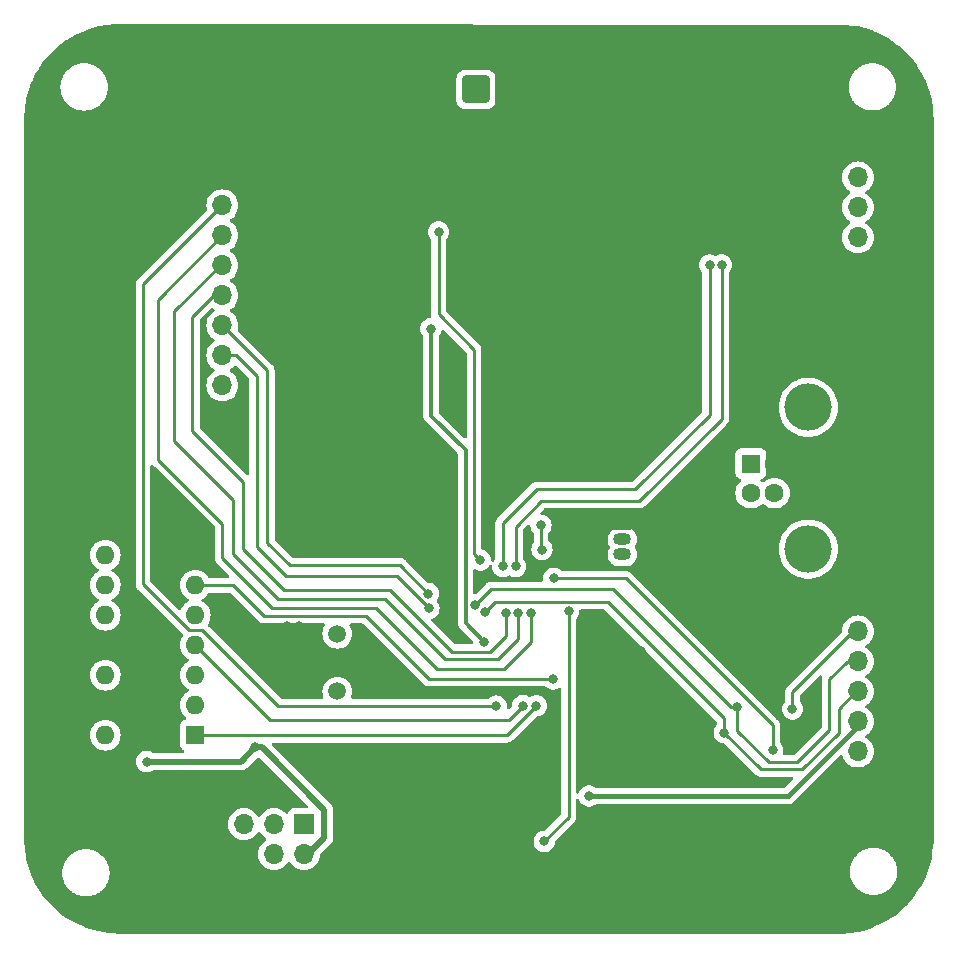
<source format=gbr>
%TF.GenerationSoftware,KiCad,Pcbnew,7.0.10*%
%TF.CreationDate,2024-11-11T15:21:43+02:00*%
%TF.ProjectId,Elektroniikkapaja-vastaanotin,456c656b-7472-46f6-9e69-696b6b617061,rev?*%
%TF.SameCoordinates,Original*%
%TF.FileFunction,Copper,L2,Bot*%
%TF.FilePolarity,Positive*%
%FSLAX46Y46*%
G04 Gerber Fmt 4.6, Leading zero omitted, Abs format (unit mm)*
G04 Created by KiCad (PCBNEW 7.0.10) date 2024-11-11 15:21:43*
%MOMM*%
%LPD*%
G01*
G04 APERTURE LIST*
G04 Aperture macros list*
%AMRoundRect*
0 Rectangle with rounded corners*
0 $1 Rounding radius*
0 $2 $3 $4 $5 $6 $7 $8 $9 X,Y pos of 4 corners*
0 Add a 4 corners polygon primitive as box body*
4,1,4,$2,$3,$4,$5,$6,$7,$8,$9,$2,$3,0*
0 Add four circle primitives for the rounded corners*
1,1,$1+$1,$2,$3*
1,1,$1+$1,$4,$5*
1,1,$1+$1,$6,$7*
1,1,$1+$1,$8,$9*
0 Add four rect primitives between the rounded corners*
20,1,$1+$1,$2,$3,$4,$5,0*
20,1,$1+$1,$4,$5,$6,$7,0*
20,1,$1+$1,$6,$7,$8,$9,0*
20,1,$1+$1,$8,$9,$2,$3,0*%
G04 Aperture macros list end*
%TA.AperFunction,ComponentPad*%
%ADD10R,1.700000X1.700000*%
%TD*%
%TA.AperFunction,ComponentPad*%
%ADD11O,1.700000X1.700000*%
%TD*%
%TA.AperFunction,ComponentPad*%
%ADD12C,1.500000*%
%TD*%
%TA.AperFunction,ComponentPad*%
%ADD13RoundRect,0.200100X-0.949900X-0.949900X0.949900X-0.949900X0.949900X0.949900X-0.949900X0.949900X0*%
%TD*%
%TA.AperFunction,ComponentPad*%
%ADD14C,2.500000*%
%TD*%
%TA.AperFunction,ComponentPad*%
%ADD15R,1.500000X1.050000*%
%TD*%
%TA.AperFunction,ComponentPad*%
%ADD16O,1.500000X1.050000*%
%TD*%
%TA.AperFunction,ComponentPad*%
%ADD17R,1.600000X1.600000*%
%TD*%
%TA.AperFunction,ComponentPad*%
%ADD18C,1.600000*%
%TD*%
%TA.AperFunction,ComponentPad*%
%ADD19C,4.000000*%
%TD*%
%TA.AperFunction,ComponentPad*%
%ADD20O,1.600000X1.600000*%
%TD*%
%TA.AperFunction,ViaPad*%
%ADD21C,0.800000*%
%TD*%
%TA.AperFunction,Conductor*%
%ADD22C,0.500000*%
%TD*%
%TA.AperFunction,Conductor*%
%ADD23C,0.250000*%
%TD*%
%TA.AperFunction,Conductor*%
%ADD24C,0.400000*%
%TD*%
%TA.AperFunction,Conductor*%
%ADD25C,0.300000*%
%TD*%
G04 APERTURE END LIST*
D10*
%TO.P,J4,1,MISO*%
%TO.N,MISO_5V*%
X169180000Y-116860000D03*
D11*
%TO.P,J4,2,VCC*%
%TO.N,+5VDc*%
X169180000Y-119400000D03*
%TO.P,J4,3,SCK*%
%TO.N,SCK_5V*%
X166640000Y-116860000D03*
%TO.P,J4,4,MOSI*%
%TO.N,MOSI_5V*%
X166640000Y-119400000D03*
%TO.P,J4,5,~{RST}*%
%TO.N,RST_5V*%
X164100000Y-116860000D03*
%TO.P,J4,6,GND*%
%TO.N,GND*%
X164100000Y-119400000D03*
%TD*%
D12*
%TO.P,Y2,1,1*%
%TO.N,Net-(U1-XTAL2{slash}PB7)*%
X171990000Y-105630000D03*
%TO.P,Y2,2,2*%
%TO.N,Net-(U1-XTAL1{slash}PB6)*%
X171990000Y-100750000D03*
%TD*%
D13*
%TO.P,J2,1,In*%
%TO.N,Net-(J2-In)*%
X183740000Y-54660000D03*
D14*
%TO.P,J2,2,Ext*%
%TO.N,GND*%
X181200000Y-52120000D03*
X181200000Y-57200000D03*
X186280000Y-52120000D03*
X186280000Y-57200000D03*
%TD*%
D15*
%TO.P,U4,1,GND*%
%TO.N,GND*%
X196140000Y-91480000D03*
D16*
%TO.P,U4,2,VI*%
%TO.N,+5VDc*%
X196140000Y-92750000D03*
%TO.P,U4,3,VO*%
%TO.N,+3.3VDc*%
X196140000Y-94020000D03*
%TD*%
D17*
%TO.P,J1,1,VBUS*%
%TO.N,+5VDc*%
X207012500Y-86330000D03*
D18*
%TO.P,J1,2,D-*%
%TO.N,Net-(J1-D-)*%
X207012500Y-88830000D03*
%TO.P,J1,3,D+*%
%TO.N,Net-(J1-D+)*%
X209012500Y-88830000D03*
%TO.P,J1,4,GND*%
%TO.N,GND*%
X209012500Y-86330000D03*
D19*
%TO.P,J1,5,Shield*%
%TO.N,Net-(J1-Shield)*%
X211872500Y-81580000D03*
X211872500Y-93580000D03*
%TD*%
D17*
%TO.P,U6,1*%
%TO.N,MISO_3.3V*%
X159980000Y-109330000D03*
D20*
%TO.P,U6,2*%
%TO.N,MISO_5V*%
X159980000Y-106790000D03*
%TO.P,U6,3*%
%TO.N,MOSI_5V*%
X159980000Y-104250000D03*
%TO.P,U6,4*%
%TO.N,MOSI_3.3V*%
X159980000Y-101710000D03*
%TO.P,U6,5*%
%TO.N,SCK_5V*%
X159980000Y-99170000D03*
%TO.P,U6,6*%
%TO.N,SCK_3.3V*%
X159980000Y-96630000D03*
%TO.P,U6,7,GND*%
%TO.N,GND*%
X159980000Y-94090000D03*
%TO.P,U6,8*%
%TO.N,RST*%
X152360000Y-94090000D03*
%TO.P,U6,9*%
%TO.N,RST_5V*%
X152360000Y-96630000D03*
%TO.P,U6,10*%
%TO.N,unconnected-(U6-Pad10)*%
X152360000Y-99170000D03*
%TO.P,U6,11*%
%TO.N,GND*%
X152360000Y-101710000D03*
%TO.P,U6,12*%
%TO.N,unconnected-(U6-Pad12)*%
X152360000Y-104250000D03*
%TO.P,U6,13*%
%TO.N,GND*%
X152360000Y-106790000D03*
%TO.P,U6,14,VCC*%
%TO.N,+5VDc*%
X152360000Y-109330000D03*
%TD*%
D10*
%TO.P,J7,1,Pin_1*%
%TO.N,GND*%
X162270000Y-82250000D03*
D11*
%TO.P,J7,2,Pin_2*%
%TO.N,+3.3VDc*%
X162270000Y-79710000D03*
%TO.P,J7,3,Pin_3*%
%TO.N,PD4*%
X162270000Y-77170000D03*
%TO.P,J7,4,Pin_4*%
%TO.N,PD3*%
X162270000Y-74630000D03*
%TO.P,J7,5,Pin_5*%
%TO.N,PC3*%
X162270000Y-72090000D03*
%TO.P,J7,6,Pin_6*%
%TO.N,PC2*%
X162270000Y-69550000D03*
%TO.P,J7,7,Pin_7*%
%TO.N,PC1*%
X162270000Y-67010000D03*
%TO.P,J7,8,Pin_8*%
%TO.N,PB1*%
X162270000Y-64470000D03*
%TD*%
D10*
%TO.P,J6,1,Pin_1*%
%TO.N,GND*%
X216070000Y-113250000D03*
D11*
%TO.P,J6,2,Pin_2*%
%TO.N,unconnected-(J6-Pin_2-Pad2)*%
X216070000Y-110710000D03*
%TO.P,J6,3,Pin_3*%
%TO.N,+3.3VDc*%
X216070000Y-108170000D03*
%TO.P,J6,4,Pin_4*%
%TO.N,Rx*%
X216070000Y-105630000D03*
%TO.P,J6,5,Pin_5*%
%TO.N,Tx*%
X216070000Y-103090000D03*
%TO.P,J6,6,Pin_6*%
%TO.N,RTS*%
X216070000Y-100550000D03*
%TD*%
D10*
%TO.P,J5,1,Pin_1*%
%TO.N,GND*%
X216080000Y-69730000D03*
D11*
%TO.P,J5,2,Pin_2*%
%TO.N,+3.3VDc*%
X216080000Y-67190000D03*
%TO.P,J5,3,Pin_3*%
%TO.N,SDA*%
X216080000Y-64650000D03*
%TO.P,J5,4,Pin_4*%
%TO.N,SCL*%
X216080000Y-62110000D03*
%TD*%
D21*
%TO.N,GND*%
X167720000Y-92940000D03*
X192610000Y-61100000D03*
X195620000Y-82370000D03*
X192610000Y-63750000D03*
X189490000Y-75050000D03*
X195600000Y-63750000D03*
X178820000Y-68100000D03*
X195600000Y-61100000D03*
X198000000Y-115790000D03*
X185070000Y-59010000D03*
X185550000Y-61680000D03*
X185090000Y-85600000D03*
X171690000Y-50580000D03*
X192600000Y-58380000D03*
X187550000Y-74190000D03*
X195620000Y-74160000D03*
X171690000Y-53230000D03*
X195620000Y-71510000D03*
X178320000Y-85240000D03*
X177700000Y-61270000D03*
X195590000Y-58380000D03*
X197740000Y-102220000D03*
X171730000Y-85230000D03*
X174720000Y-79830000D03*
X189590000Y-55730000D03*
X171720000Y-66490000D03*
X168740000Y-100120000D03*
X188010000Y-83530000D03*
X195580000Y-53230000D03*
X182080000Y-64080000D03*
X211950000Y-63750000D03*
X171730000Y-77180000D03*
X171700000Y-58460000D03*
X178820000Y-70730000D03*
X176170000Y-71210000D03*
X177700000Y-55810000D03*
X192440000Y-77350000D03*
X185090000Y-82590000D03*
X178310000Y-79860000D03*
X193630000Y-99140000D03*
X187550000Y-71540000D03*
X209060000Y-104220000D03*
X171720000Y-69140000D03*
X197960000Y-113360000D03*
X195690000Y-103170000D03*
X189500000Y-69870000D03*
X174740000Y-82580000D03*
X205830000Y-103490000D03*
X188010000Y-86540000D03*
X182060000Y-61710000D03*
X189590000Y-58380000D03*
X179840000Y-60090000D03*
X189600000Y-63750000D03*
X178820000Y-73380000D03*
X174710000Y-61270000D03*
X203980000Y-110430000D03*
X179860000Y-62690000D03*
X187560000Y-65260000D03*
X212840000Y-67740000D03*
X185550000Y-64080000D03*
X162880000Y-99900000D03*
X182820000Y-59030000D03*
X171700000Y-63920000D03*
X207660000Y-94530000D03*
X184770000Y-66560000D03*
X178310000Y-77240000D03*
X174740000Y-85230000D03*
X187570000Y-62730000D03*
X183560000Y-71290000D03*
X177690000Y-50580000D03*
X195590000Y-55730000D03*
X171730000Y-79830000D03*
X195580000Y-50580000D03*
X171700000Y-61270000D03*
X174700000Y-50580000D03*
X201600000Y-110500000D03*
X177700000Y-58460000D03*
X187570000Y-60080000D03*
X195610000Y-66280000D03*
X192590000Y-50580000D03*
X195610000Y-68930000D03*
X195620000Y-85020000D03*
X174700000Y-53230000D03*
X192610000Y-104040000D03*
X183640000Y-119440000D03*
X189500000Y-72520000D03*
X182070000Y-62920000D03*
X171390000Y-113590000D03*
X184600000Y-117890000D03*
X178330000Y-82610000D03*
X208650000Y-106560000D03*
X182510000Y-65270000D03*
X189490000Y-77350000D03*
X171730000Y-74370000D03*
X195620000Y-76970000D03*
X174710000Y-58460000D03*
X174710000Y-63920000D03*
X182080000Y-60380000D03*
X185550000Y-62930000D03*
X189580000Y-50580000D03*
X192590000Y-53230000D03*
X182230000Y-82600000D03*
X195620000Y-79620000D03*
X189590000Y-66280000D03*
X181990000Y-71300000D03*
X167750000Y-100100000D03*
X192620000Y-66290000D03*
X174720000Y-77210000D03*
X189600000Y-61100000D03*
X165290000Y-112710000D03*
X209820000Y-75050000D03*
X183560000Y-69980000D03*
X192600000Y-55730000D03*
X171700000Y-55810000D03*
X177690000Y-53230000D03*
X171730000Y-71720000D03*
X171730000Y-82580000D03*
X189580000Y-53230000D03*
X182230000Y-79890000D03*
X168530000Y-93800000D03*
X198160000Y-109330000D03*
X181990000Y-69990000D03*
X213740000Y-66820000D03*
X185530000Y-60390000D03*
X177700000Y-63920000D03*
X186970000Y-76980000D03*
X174710000Y-55810000D03*
%TO.N,+5VDc*%
X155860000Y-111570000D03*
X165010000Y-110370000D03*
%TO.N,RTS*%
X210540000Y-107120000D03*
%TO.N,RST*%
X208850000Y-110570000D03*
X190320000Y-96050000D03*
%TO.N,+3.3VDc*%
X193300000Y-114480000D03*
%TO.N,PD4*%
X179750000Y-98600000D03*
%TO.N,ASK_demodulated*%
X184420000Y-101410000D03*
X179930000Y-74900000D03*
%TO.N,PD3*%
X179720000Y-97350000D03*
%TO.N,PC3*%
X186260000Y-99020000D03*
%TO.N,SDA*%
X204540000Y-69520000D03*
X187090000Y-95040000D03*
%TO.N,RSSI*%
X191580000Y-98850000D03*
X189250000Y-91550000D03*
X189520000Y-118320000D03*
X189330000Y-93615000D03*
%TO.N,PC2*%
X187340000Y-98990000D03*
%TO.N,PC1*%
X188380000Y-99010000D03*
%TO.N,PB1*%
X185460000Y-106870000D03*
%TO.N,SCL*%
X186020000Y-95040000D03*
X203520000Y-69530000D03*
%TO.N,Rx*%
X184490000Y-98920000D03*
X204760000Y-109120000D03*
%TO.N,Tx*%
X183660000Y-98320000D03*
X205850000Y-106940000D03*
%TO.N,SHDN*%
X184110000Y-94500000D03*
X180575686Y-66720686D03*
%TO.N,MOSI_3.3V*%
X187720000Y-106830000D03*
%TO.N,SCK_3.3V*%
X190280000Y-104570000D03*
%TO.N,MISO_3.3V*%
X188850000Y-106840000D03*
%TD*%
D22*
%TO.N,+5VDc*%
X155860000Y-111570000D02*
X163810000Y-111570000D01*
X165620000Y-110370000D02*
X170890000Y-115640000D01*
D23*
X169520000Y-119400000D02*
X169180000Y-119400000D01*
D22*
X170890000Y-118030000D02*
X169520000Y-119400000D01*
X170890000Y-115640000D02*
X170890000Y-118030000D01*
X163810000Y-111570000D02*
X165010000Y-110370000D01*
X165010000Y-110370000D02*
X165620000Y-110370000D01*
D23*
%TO.N,RTS*%
X210540000Y-107120000D02*
X210540000Y-105680000D01*
X210540000Y-105680000D02*
X215670000Y-100550000D01*
X215670000Y-100550000D02*
X216190000Y-100550000D01*
%TO.N,RST*%
X190320000Y-96050000D02*
X196420000Y-96050000D01*
X196420000Y-96050000D02*
X208850000Y-108480000D01*
X208850000Y-108480000D02*
X208850000Y-110570000D01*
D24*
%TO.N,+3.3VDc*%
X193300000Y-114480000D02*
X210150000Y-114480000D01*
X210150000Y-114480000D02*
X216070000Y-108560000D01*
X216070000Y-108560000D02*
X216070000Y-108170000D01*
D23*
%TO.N,PD4*%
X179750000Y-98600000D02*
X177040000Y-95890000D01*
X165180000Y-93380000D02*
X165180000Y-78910000D01*
X177040000Y-95890000D02*
X167690000Y-95890000D01*
X167690000Y-95890000D02*
X165180000Y-93380000D01*
X165180000Y-78910000D02*
X163440000Y-77170000D01*
X163440000Y-77170000D02*
X162270000Y-77170000D01*
D25*
%TO.N,ASK_demodulated*%
X179920000Y-82280000D02*
X179920000Y-74910000D01*
X182860000Y-85220000D02*
X179920000Y-82280000D01*
X182860000Y-99850000D02*
X182860000Y-85220000D01*
X184420000Y-101410000D02*
X182860000Y-99850000D01*
D23*
%TO.N,PD3*%
X167970000Y-94940000D02*
X166060000Y-93030000D01*
X166060000Y-78420000D02*
X162270000Y-74630000D01*
X177310000Y-94940000D02*
X167970000Y-94940000D01*
X166060000Y-93030000D02*
X166060000Y-78420000D01*
X179720000Y-97350000D02*
X177310000Y-94940000D01*
%TO.N,PC3*%
X159710000Y-83550000D02*
X159710000Y-73930000D01*
X176430000Y-97000000D02*
X167470000Y-97000000D01*
X161550000Y-72090000D02*
X162270000Y-72090000D01*
X167470000Y-97000000D02*
X164020000Y-93550000D01*
X159710000Y-73930000D02*
X161550000Y-72090000D01*
X184950000Y-102250000D02*
X181680000Y-102250000D01*
X186260000Y-99020000D02*
X186260000Y-100940000D01*
X186260000Y-100940000D02*
X184950000Y-102250000D01*
X164020000Y-93550000D02*
X164020000Y-87860000D01*
X181680000Y-102250000D02*
X176430000Y-97000000D01*
X164020000Y-87860000D02*
X159710000Y-83550000D01*
%TO.N,SDA*%
X204540000Y-82540000D02*
X197570000Y-89510000D01*
X204540000Y-69520000D02*
X204540000Y-82540000D01*
X187100000Y-91670000D02*
X187100000Y-93359695D01*
X187090000Y-93369695D02*
X187090000Y-95040000D01*
X187100000Y-93359695D02*
X187090000Y-93369695D01*
X197570000Y-89510000D02*
X189260000Y-89510000D01*
X189260000Y-89510000D02*
X187100000Y-91670000D01*
%TO.N,RSSI*%
X189520000Y-118320000D02*
X191580000Y-116260000D01*
X189250000Y-91550000D02*
X189250000Y-93535000D01*
X189250000Y-93535000D02*
X189330000Y-93615000D01*
X191580000Y-116260000D02*
X191580000Y-98850000D01*
%TO.N,PC2*%
X176040000Y-97840000D02*
X166990000Y-97840000D01*
X185580000Y-102910000D02*
X181110000Y-102910000D01*
X162120000Y-69550000D02*
X162270000Y-69550000D01*
X163170000Y-94020000D02*
X163170000Y-89390000D01*
X181110000Y-102910000D02*
X176040000Y-97840000D01*
X158210000Y-73460000D02*
X162120000Y-69550000D01*
X158210000Y-84430000D02*
X158210000Y-73460000D01*
X163170000Y-89390000D02*
X158210000Y-84430000D01*
X166990000Y-97840000D02*
X163170000Y-94020000D01*
X187340000Y-98990000D02*
X187340000Y-101150000D01*
X187340000Y-101150000D02*
X185580000Y-102910000D01*
%TO.N,PC1*%
X180470000Y-103700000D02*
X186130000Y-103700000D01*
X188380000Y-101450000D02*
X188380000Y-99010000D01*
X186130000Y-103700000D02*
X188380000Y-101450000D01*
X156810000Y-72470000D02*
X156810000Y-86010000D01*
X162270000Y-91420000D02*
X162270000Y-94370000D01*
X162270000Y-94370000D02*
X166440000Y-98540000D01*
X156810000Y-86010000D02*
X156860000Y-86010000D01*
X162270000Y-67010000D02*
X156810000Y-72470000D01*
X175310000Y-98540000D02*
X180470000Y-103700000D01*
X156860000Y-86010000D02*
X162270000Y-91420000D01*
X166440000Y-98540000D02*
X175310000Y-98540000D01*
%TO.N,PB1*%
X166990000Y-106870000D02*
X160580000Y-100460000D01*
X155590000Y-71150000D02*
X162270000Y-64470000D01*
X185460000Y-106870000D02*
X166990000Y-106870000D01*
X159440000Y-100460000D02*
X155550000Y-96570000D01*
X160580000Y-100460000D02*
X159440000Y-100460000D01*
X155550000Y-96570000D02*
X155550000Y-71190000D01*
%TO.N,SCL*%
X186020000Y-91400000D02*
X186020000Y-95040000D01*
X203520000Y-69530000D02*
X203520000Y-82200000D01*
X197200000Y-88520000D02*
X188900000Y-88520000D01*
X188900000Y-88520000D02*
X186020000Y-91400000D01*
X203520000Y-82200000D02*
X197200000Y-88520000D01*
%TO.N,Rx*%
X185350000Y-98060000D02*
X184490000Y-98920000D01*
X214440000Y-107960000D02*
X214440000Y-107090000D01*
X207870000Y-112230000D02*
X211340000Y-112230000D01*
X214440000Y-107090000D02*
X215900000Y-105630000D01*
X216070000Y-105630000D02*
X216230000Y-105630000D01*
X211340000Y-112230000D02*
X214440000Y-109130000D01*
X204760000Y-109120000D02*
X204760000Y-107910000D01*
X194910000Y-98060000D02*
X185350000Y-98060000D01*
X204760000Y-109120000D02*
X207870000Y-112230000D01*
X215900000Y-105630000D02*
X216070000Y-105630000D01*
X216230000Y-105630000D02*
X216250000Y-105650000D01*
X204760000Y-107910000D02*
X194910000Y-98060000D01*
X214440000Y-109130000D02*
X214440000Y-107800000D01*
%TO.N,Tx*%
X195370000Y-96950000D02*
X185030000Y-96950000D01*
X215120000Y-103110000D02*
X216250000Y-103110000D01*
X205850000Y-108980000D02*
X208510000Y-111640000D01*
X213640000Y-107890000D02*
X213640000Y-104590000D01*
X208510000Y-111640000D02*
X210930000Y-111640000D01*
X185030000Y-96950000D02*
X183660000Y-98320000D01*
X205850000Y-106940000D02*
X205360000Y-106940000D01*
X205360000Y-106940000D02*
X195370000Y-96950000D01*
X213640000Y-108930000D02*
X213640000Y-107470000D01*
X205850000Y-106940000D02*
X205850000Y-108980000D01*
X213640000Y-104590000D02*
X215120000Y-103110000D01*
X210930000Y-111640000D02*
X213640000Y-108930000D01*
%TO.N,SHDN*%
X183570000Y-76700000D02*
X180575686Y-73705686D01*
X184110000Y-94500000D02*
X183570000Y-93960000D01*
X183570000Y-93960000D02*
X183570000Y-76700000D01*
X180575686Y-73705686D02*
X180575686Y-66720686D01*
%TO.N,MOSI_3.3V*%
X186520000Y-108030000D02*
X166300000Y-108030000D01*
X187720000Y-106830000D02*
X186520000Y-108030000D01*
X166300000Y-108030000D02*
X159980000Y-101710000D01*
%TO.N,SCK_3.3V*%
X174410000Y-99250000D02*
X165810000Y-99250000D01*
X190280000Y-104570000D02*
X179730000Y-104570000D01*
X163190000Y-96630000D02*
X159980000Y-96630000D01*
X165810000Y-99250000D02*
X163190000Y-96630000D01*
X179730000Y-104570000D02*
X174410000Y-99250000D01*
%TO.N,MISO_3.3V*%
X188850000Y-106850000D02*
X186370000Y-109330000D01*
X188850000Y-106840000D02*
X188850000Y-106850000D01*
X186370000Y-109330000D02*
X159980000Y-109330000D01*
%TD*%
%TA.AperFunction,Conductor*%
%TO.N,GND*%
G36*
X194666587Y-98705185D02*
G01*
X194687229Y-98721819D01*
X204098181Y-108132771D01*
X204131666Y-108194094D01*
X204134500Y-108220452D01*
X204134500Y-108421312D01*
X204114815Y-108488351D01*
X204102650Y-108504284D01*
X204027466Y-108587784D01*
X203932821Y-108751715D01*
X203932818Y-108751722D01*
X203874327Y-108931740D01*
X203874326Y-108931744D01*
X203854540Y-109120000D01*
X203874326Y-109308256D01*
X203874327Y-109308259D01*
X203932818Y-109488277D01*
X203932821Y-109488284D01*
X204027467Y-109652216D01*
X204151163Y-109789594D01*
X204154129Y-109792888D01*
X204307265Y-109904148D01*
X204307270Y-109904151D01*
X204480192Y-109981142D01*
X204480197Y-109981144D01*
X204665354Y-110020500D01*
X204724548Y-110020500D01*
X204791587Y-110040185D01*
X204812229Y-110056819D01*
X207369197Y-112613788D01*
X207379022Y-112626051D01*
X207379243Y-112625869D01*
X207384211Y-112631874D01*
X207433222Y-112677899D01*
X207436021Y-112680612D01*
X207455522Y-112700114D01*
X207455526Y-112700117D01*
X207455529Y-112700120D01*
X207458702Y-112702581D01*
X207467574Y-112710159D01*
X207499418Y-112740062D01*
X207516976Y-112749714D01*
X207533235Y-112760395D01*
X207549064Y-112772673D01*
X207589155Y-112790021D01*
X207599626Y-112795151D01*
X207622180Y-112807550D01*
X207637902Y-112816194D01*
X207637904Y-112816195D01*
X207637908Y-112816197D01*
X207657316Y-112821180D01*
X207675719Y-112827481D01*
X207694101Y-112835436D01*
X207694102Y-112835436D01*
X207694104Y-112835437D01*
X207737250Y-112842270D01*
X207748672Y-112844636D01*
X207790981Y-112855500D01*
X207811016Y-112855500D01*
X207830414Y-112857026D01*
X207850194Y-112860159D01*
X207850195Y-112860160D01*
X207850195Y-112860159D01*
X207850196Y-112860160D01*
X207893675Y-112856050D01*
X207905344Y-112855500D01*
X210484481Y-112855500D01*
X210551520Y-112875185D01*
X210597275Y-112927989D01*
X210607219Y-112997147D01*
X210578194Y-113060703D01*
X210572162Y-113067181D01*
X209896162Y-113743181D01*
X209834839Y-113776666D01*
X209808481Y-113779500D01*
X193908156Y-113779500D01*
X193841117Y-113759815D01*
X193835271Y-113755818D01*
X193752734Y-113695851D01*
X193752729Y-113695848D01*
X193579807Y-113618857D01*
X193579802Y-113618855D01*
X193434001Y-113587865D01*
X193394646Y-113579500D01*
X193205354Y-113579500D01*
X193172897Y-113586398D01*
X193020197Y-113618855D01*
X193020192Y-113618857D01*
X192847270Y-113695848D01*
X192847265Y-113695851D01*
X192694129Y-113807111D01*
X192567466Y-113947785D01*
X192472821Y-114111715D01*
X192472818Y-114111722D01*
X192447431Y-114189857D01*
X192407993Y-114247533D01*
X192343635Y-114274731D01*
X192274788Y-114262816D01*
X192223313Y-114215572D01*
X192205500Y-114151539D01*
X192205500Y-99548687D01*
X192225185Y-99481648D01*
X192237350Y-99465715D01*
X192255891Y-99445122D01*
X192312533Y-99382216D01*
X192407179Y-99218284D01*
X192465674Y-99038256D01*
X192485460Y-98850000D01*
X192482565Y-98822459D01*
X192495134Y-98753733D01*
X192542866Y-98702708D01*
X192605886Y-98685500D01*
X194599548Y-98685500D01*
X194666587Y-98705185D01*
G37*
%TD.AperFunction*%
%TA.AperFunction,Conductor*%
G36*
X156378543Y-86464864D02*
G01*
X156393148Y-86476947D01*
X156398978Y-86482087D01*
X156439418Y-86520062D01*
X156446578Y-86523998D01*
X156465879Y-86537114D01*
X156472177Y-86542324D01*
X156472178Y-86542324D01*
X156472179Y-86542325D01*
X156519756Y-86564713D01*
X156554641Y-86589231D01*
X161608181Y-91642771D01*
X161641666Y-91704094D01*
X161644500Y-91730452D01*
X161644500Y-94287255D01*
X161642775Y-94302872D01*
X161643061Y-94302899D01*
X161642326Y-94310665D01*
X161644439Y-94377872D01*
X161644500Y-94381767D01*
X161644500Y-94409357D01*
X161645003Y-94413335D01*
X161645918Y-94424967D01*
X161647290Y-94468624D01*
X161647291Y-94468627D01*
X161652880Y-94487867D01*
X161656824Y-94506911D01*
X161656935Y-94507784D01*
X161659336Y-94526792D01*
X161675414Y-94567403D01*
X161679197Y-94578452D01*
X161691381Y-94620388D01*
X161701580Y-94637634D01*
X161710138Y-94655103D01*
X161717514Y-94673732D01*
X161743181Y-94709060D01*
X161749593Y-94718821D01*
X161771828Y-94756417D01*
X161771833Y-94756424D01*
X161785990Y-94770580D01*
X161798628Y-94785376D01*
X161810405Y-94801586D01*
X161810406Y-94801587D01*
X161844057Y-94829425D01*
X161852698Y-94837288D01*
X162808229Y-95792819D01*
X162841714Y-95854142D01*
X162836730Y-95923834D01*
X162794858Y-95979767D01*
X162729394Y-96004184D01*
X162720548Y-96004500D01*
X161194188Y-96004500D01*
X161127149Y-95984815D01*
X161092613Y-95951623D01*
X160980045Y-95790858D01*
X160819141Y-95629954D01*
X160632734Y-95499432D01*
X160632732Y-95499431D01*
X160426497Y-95403261D01*
X160426488Y-95403258D01*
X160206697Y-95344366D01*
X160206693Y-95344365D01*
X160206692Y-95344365D01*
X160206691Y-95344364D01*
X160206686Y-95344364D01*
X159980002Y-95324532D01*
X159979998Y-95324532D01*
X159753313Y-95344364D01*
X159753302Y-95344366D01*
X159533511Y-95403258D01*
X159533502Y-95403261D01*
X159327267Y-95499431D01*
X159327265Y-95499432D01*
X159140858Y-95629954D01*
X158979954Y-95790858D01*
X158849432Y-95977265D01*
X158849431Y-95977267D01*
X158753261Y-96183502D01*
X158753258Y-96183511D01*
X158694366Y-96403302D01*
X158694364Y-96403313D01*
X158674532Y-96629998D01*
X158674532Y-96630001D01*
X158694364Y-96856686D01*
X158694366Y-96856697D01*
X158753258Y-97076488D01*
X158753261Y-97076497D01*
X158849431Y-97282732D01*
X158849432Y-97282734D01*
X158979954Y-97469141D01*
X159140858Y-97630045D01*
X159140861Y-97630047D01*
X159327266Y-97760568D01*
X159385275Y-97787618D01*
X159437714Y-97833791D01*
X159456866Y-97900984D01*
X159436650Y-97967865D01*
X159385275Y-98012382D01*
X159327267Y-98039431D01*
X159327265Y-98039432D01*
X159140858Y-98169954D01*
X158979954Y-98330858D01*
X158849432Y-98517265D01*
X158849431Y-98517267D01*
X158775577Y-98675647D01*
X158729404Y-98728086D01*
X158662211Y-98747238D01*
X158595330Y-98727022D01*
X158575514Y-98710923D01*
X156211819Y-96347228D01*
X156178334Y-96285905D01*
X156175500Y-96259547D01*
X156175500Y-86560405D01*
X156195185Y-86493366D01*
X156247989Y-86447611D01*
X156317147Y-86437667D01*
X156378543Y-86464864D01*
G37*
%TD.AperFunction*%
%TA.AperFunction,Conductor*%
G36*
X161454566Y-73172536D02*
G01*
X161482356Y-73187143D01*
X161584158Y-73258425D01*
X161627783Y-73313002D01*
X161634977Y-73382500D01*
X161603454Y-73444855D01*
X161584158Y-73461575D01*
X161398597Y-73591505D01*
X161231505Y-73758597D01*
X161095965Y-73952169D01*
X161095964Y-73952171D01*
X160996098Y-74166335D01*
X160996094Y-74166344D01*
X160934938Y-74394586D01*
X160934936Y-74394596D01*
X160914341Y-74629999D01*
X160914341Y-74630000D01*
X160934936Y-74865403D01*
X160934938Y-74865413D01*
X160996094Y-75093655D01*
X160996096Y-75093659D01*
X160996097Y-75093663D01*
X161077520Y-75268275D01*
X161095965Y-75307830D01*
X161095967Y-75307834D01*
X161231501Y-75501395D01*
X161231506Y-75501402D01*
X161398597Y-75668493D01*
X161398603Y-75668498D01*
X161584158Y-75798425D01*
X161627783Y-75853002D01*
X161634977Y-75922500D01*
X161603454Y-75984855D01*
X161584158Y-76001575D01*
X161398597Y-76131505D01*
X161231505Y-76298597D01*
X161095965Y-76492169D01*
X161095964Y-76492171D01*
X160996098Y-76706335D01*
X160996094Y-76706344D01*
X160934938Y-76934586D01*
X160934936Y-76934596D01*
X160914341Y-77169999D01*
X160914341Y-77170000D01*
X160934936Y-77405403D01*
X160934938Y-77405413D01*
X160996094Y-77633655D01*
X160996096Y-77633659D01*
X160996097Y-77633663D01*
X161095965Y-77847830D01*
X161095967Y-77847834D01*
X161231501Y-78041395D01*
X161231506Y-78041402D01*
X161398597Y-78208493D01*
X161398603Y-78208498D01*
X161584158Y-78338425D01*
X161627783Y-78393002D01*
X161634977Y-78462500D01*
X161603454Y-78524855D01*
X161584158Y-78541575D01*
X161398597Y-78671505D01*
X161231505Y-78838597D01*
X161095965Y-79032169D01*
X161095964Y-79032171D01*
X160996098Y-79246335D01*
X160996094Y-79246344D01*
X160934938Y-79474586D01*
X160934936Y-79474596D01*
X160914341Y-79709999D01*
X160914341Y-79710000D01*
X160934936Y-79945403D01*
X160934938Y-79945413D01*
X160996094Y-80173655D01*
X160996096Y-80173659D01*
X160996097Y-80173663D01*
X161089045Y-80372990D01*
X161095965Y-80387830D01*
X161095967Y-80387834D01*
X161204281Y-80542521D01*
X161231505Y-80581401D01*
X161398599Y-80748495D01*
X161495384Y-80816265D01*
X161592165Y-80884032D01*
X161592167Y-80884033D01*
X161592170Y-80884035D01*
X161806337Y-80983903D01*
X162034592Y-81045063D01*
X162222918Y-81061539D01*
X162269999Y-81065659D01*
X162270000Y-81065659D01*
X162270001Y-81065659D01*
X162309234Y-81062226D01*
X162505408Y-81045063D01*
X162733663Y-80983903D01*
X162947830Y-80884035D01*
X163141401Y-80748495D01*
X163308495Y-80581401D01*
X163444035Y-80387830D01*
X163543903Y-80173663D01*
X163605063Y-79945408D01*
X163625659Y-79710000D01*
X163605063Y-79474592D01*
X163543903Y-79246337D01*
X163444035Y-79032171D01*
X163308495Y-78838599D01*
X163308494Y-78838597D01*
X163141402Y-78671506D01*
X163141396Y-78671501D01*
X162955842Y-78541575D01*
X162912217Y-78486998D01*
X162905023Y-78417500D01*
X162936546Y-78355145D01*
X162955842Y-78338425D01*
X163063261Y-78263209D01*
X163141401Y-78208495D01*
X163279972Y-78069924D01*
X163341295Y-78036439D01*
X163410987Y-78041423D01*
X163455334Y-78069924D01*
X164518181Y-79132771D01*
X164551666Y-79194094D01*
X164554500Y-79220452D01*
X164554500Y-87210547D01*
X164534815Y-87277586D01*
X164482011Y-87323341D01*
X164412853Y-87333285D01*
X164349297Y-87304260D01*
X164342819Y-87298228D01*
X160371819Y-83327228D01*
X160338334Y-83265905D01*
X160335500Y-83239547D01*
X160335500Y-74240452D01*
X160355185Y-74173413D01*
X160371819Y-74152771D01*
X160841817Y-73682773D01*
X161323554Y-73201035D01*
X161384875Y-73167552D01*
X161454566Y-73172536D01*
G37*
%TD.AperFunction*%
%TA.AperFunction,Conductor*%
G36*
X180989055Y-75013018D02*
G01*
X181022025Y-75036615D01*
X182908181Y-76922771D01*
X182941666Y-76984094D01*
X182944500Y-77010452D01*
X182944500Y-84085192D01*
X182924815Y-84152231D01*
X182872011Y-84197986D01*
X182802853Y-84207930D01*
X182739297Y-84178905D01*
X182732819Y-84172873D01*
X180606819Y-82046873D01*
X180573334Y-81985550D01*
X180570500Y-81959192D01*
X180570500Y-75582027D01*
X180590185Y-75514988D01*
X180602351Y-75499054D01*
X180622351Y-75476842D01*
X180662533Y-75432216D01*
X180757179Y-75268284D01*
X180815674Y-75088256D01*
X180815674Y-75088252D01*
X180816413Y-75085979D01*
X180855850Y-75028303D01*
X180920208Y-75001104D01*
X180989055Y-75013018D01*
G37*
%TD.AperFunction*%
%TA.AperFunction,Conductor*%
G36*
X213734497Y-49169600D02*
G01*
X213848963Y-49169996D01*
X213850972Y-49170019D01*
X214835306Y-49189905D01*
X214844672Y-49190450D01*
X215849737Y-49287430D01*
X215858688Y-49288625D01*
X215898369Y-49295405D01*
X215898873Y-49295493D01*
X215995006Y-49312688D01*
X216074565Y-49326919D01*
X216086005Y-49329529D01*
X217232025Y-49648778D01*
X217244033Y-49652797D01*
X217500674Y-49753621D01*
X217502639Y-49754413D01*
X217597655Y-49793628D01*
X217603574Y-49796253D01*
X218293205Y-50123998D01*
X218300582Y-50127815D01*
X218502757Y-50241188D01*
X218505253Y-50242625D01*
X218669416Y-50339779D01*
X218670333Y-50340329D01*
X218755818Y-50392269D01*
X218759191Y-50394397D01*
X218976075Y-50536320D01*
X218978734Y-50538110D01*
X219196476Y-50688955D01*
X219200647Y-50691976D01*
X219427691Y-50863793D01*
X219430559Y-50866031D01*
X219606305Y-51007377D01*
X219608245Y-51008970D01*
X219671403Y-51061911D01*
X219673118Y-51063376D01*
X219855356Y-51221984D01*
X219858364Y-51224689D01*
X220052458Y-51405076D01*
X220055650Y-51408150D01*
X220257034Y-51609193D01*
X220260113Y-51612380D01*
X220440837Y-51806176D01*
X220443548Y-51809179D01*
X220628029Y-52020419D01*
X220634704Y-52028762D01*
X221057351Y-52606380D01*
X221062376Y-52613795D01*
X221190686Y-52818708D01*
X221504579Y-53320000D01*
X221566805Y-53419375D01*
X221590156Y-53456667D01*
X221595915Y-53466915D01*
X221620200Y-53515370D01*
X221663541Y-53601846D01*
X221687668Y-53649984D01*
X221688768Y-53652235D01*
X221811457Y-53909896D01*
X221814042Y-53915704D01*
X221819057Y-53927797D01*
X221821186Y-53933297D01*
X221955237Y-54305660D01*
X222170155Y-54902654D01*
X222177976Y-54924377D01*
X222181472Y-54935786D01*
X222197832Y-55000053D01*
X222338687Y-55553418D01*
X222340544Y-55561965D01*
X222376748Y-55762405D01*
X222376916Y-55763355D01*
X222426263Y-56049248D01*
X222427358Y-56057069D01*
X222454566Y-56309856D01*
X222454626Y-56310431D01*
X222475330Y-56511605D01*
X222475917Y-56520276D01*
X222504405Y-57397722D01*
X222504470Y-57401766D01*
X222494909Y-118106978D01*
X222494901Y-118108398D01*
X222494497Y-118143187D01*
X222494440Y-118145775D01*
X222484559Y-118449791D01*
X222484552Y-118449985D01*
X222478475Y-118628382D01*
X222477760Y-118638109D01*
X222391855Y-119396935D01*
X222390871Y-119403870D01*
X222369781Y-119527302D01*
X222369615Y-119528251D01*
X222329514Y-119752450D01*
X222327818Y-119760411D01*
X222180116Y-120357126D01*
X222177990Y-120364682D01*
X222101587Y-120606553D01*
X222101053Y-120608203D01*
X222041511Y-120787909D01*
X222038304Y-120796510D01*
X221751504Y-121486380D01*
X221748264Y-121493526D01*
X221506127Y-121985609D01*
X221503022Y-121991512D01*
X221423931Y-122132552D01*
X221422489Y-122135055D01*
X221381771Y-122203858D01*
X221377120Y-122211128D01*
X220753922Y-123114314D01*
X220745464Y-123125219D01*
X220282521Y-123658039D01*
X220279744Y-123661130D01*
X220259799Y-123682589D01*
X220256728Y-123685776D01*
X220144662Y-123798034D01*
X220140156Y-123802327D01*
X219575435Y-124313898D01*
X219570062Y-124318493D01*
X219431467Y-124430348D01*
X219428585Y-124432605D01*
X219207144Y-124600774D01*
X219197690Y-124607286D01*
X218316429Y-125155996D01*
X218303139Y-125163187D01*
X217346079Y-125607881D01*
X217339364Y-125610763D01*
X217305239Y-125624236D01*
X217296562Y-125627295D01*
X216475940Y-125882772D01*
X216469777Y-125884518D01*
X216446051Y-125890580D01*
X216444745Y-125890906D01*
X216165527Y-125959026D01*
X216158178Y-125960584D01*
X216011643Y-125987052D01*
X216007927Y-125987665D01*
X215395062Y-126079243D01*
X215384895Y-126080336D01*
X214627370Y-126130282D01*
X214623451Y-126130479D01*
X214507710Y-126134438D01*
X214503491Y-126134510D01*
X180971853Y-126140000D01*
X153721899Y-126140000D01*
X153718105Y-126139942D01*
X152819085Y-126112419D01*
X152810394Y-126111847D01*
X152674462Y-126098091D01*
X152665398Y-126096834D01*
X151727087Y-125931250D01*
X151713107Y-125927938D01*
X150707830Y-125627295D01*
X150657521Y-125612249D01*
X150642827Y-125606822D01*
X150437683Y-125515935D01*
X149865448Y-125262413D01*
X149854811Y-125257076D01*
X149181014Y-124877472D01*
X149173991Y-124873202D01*
X149072853Y-124807021D01*
X149070634Y-124805533D01*
X148810156Y-124626774D01*
X148809671Y-124626439D01*
X148808569Y-124625675D01*
X148804391Y-124622648D01*
X148577274Y-124450776D01*
X148574423Y-124448553D01*
X148465118Y-124360642D01*
X148462411Y-124358399D01*
X148232858Y-124162439D01*
X148227302Y-124157398D01*
X147673480Y-123623355D01*
X147666778Y-123616367D01*
X147333809Y-123240890D01*
X147330117Y-123236528D01*
X147204814Y-123081269D01*
X147202558Y-123078387D01*
X147030322Y-122851590D01*
X147027264Y-122847382D01*
X146876191Y-122630102D01*
X146874378Y-122627421D01*
X146736736Y-122417855D01*
X146734593Y-122414472D01*
X146666130Y-122302269D01*
X146665404Y-122301062D01*
X146657889Y-122288413D01*
X146579869Y-122157091D01*
X146578481Y-122154691D01*
X146449172Y-121925012D01*
X146445722Y-121918430D01*
X146442868Y-121912563D01*
X146327215Y-121674831D01*
X146180910Y-121374094D01*
X146177874Y-121367349D01*
X146089983Y-121155416D01*
X146089188Y-121153452D01*
X146088138Y-121150792D01*
X146042148Y-121034309D01*
X146041787Y-121033378D01*
X146019449Y-120975010D01*
X148714385Y-120975010D01*
X148722094Y-121082803D01*
X148722227Y-121084655D01*
X148722543Y-121093501D01*
X148722543Y-121117870D01*
X148726011Y-121141991D01*
X148726957Y-121150792D01*
X148734799Y-121260438D01*
X148734800Y-121260445D01*
X148758163Y-121367844D01*
X148759734Y-121376549D01*
X148763205Y-121400685D01*
X148770072Y-121424075D01*
X148772259Y-121432645D01*
X148795625Y-121540056D01*
X148795626Y-121540057D01*
X148834041Y-121643054D01*
X148836835Y-121651448D01*
X148843701Y-121674830D01*
X148843703Y-121674834D01*
X148853822Y-121696993D01*
X148857208Y-121705167D01*
X148895627Y-121808169D01*
X148895630Y-121808176D01*
X148948309Y-121904650D01*
X148952270Y-121912563D01*
X148962393Y-121934729D01*
X148962396Y-121934734D01*
X148975567Y-121955229D01*
X148980082Y-121962839D01*
X149032768Y-122059324D01*
X149032771Y-122059328D01*
X149098645Y-122147326D01*
X149103692Y-122154594D01*
X149116868Y-122175096D01*
X149116871Y-122175099D01*
X149116878Y-122175108D01*
X149132829Y-122193517D01*
X149138383Y-122200409D01*
X149204249Y-122288397D01*
X149204255Y-122288403D01*
X149204256Y-122288405D01*
X149281982Y-122366131D01*
X149288007Y-122372603D01*
X149303967Y-122391022D01*
X149303971Y-122391025D01*
X149303975Y-122391030D01*
X149322411Y-122407005D01*
X149328858Y-122413007D01*
X149406600Y-122490749D01*
X149494630Y-122556647D01*
X149501477Y-122562166D01*
X149519906Y-122578134D01*
X149519909Y-122578137D01*
X149519916Y-122578142D01*
X149540409Y-122591312D01*
X149547681Y-122596361D01*
X149635677Y-122662234D01*
X149635685Y-122662239D01*
X149732161Y-122714919D01*
X149739764Y-122719430D01*
X149760273Y-122732610D01*
X149782447Y-122742736D01*
X149790337Y-122746685D01*
X149886834Y-122799377D01*
X149989846Y-122837798D01*
X149997993Y-122841173D01*
X150020174Y-122851303D01*
X150040475Y-122857264D01*
X150043547Y-122858166D01*
X150051946Y-122860961D01*
X150068584Y-122867166D01*
X150154949Y-122899379D01*
X150262359Y-122922744D01*
X150270916Y-122924927D01*
X150294321Y-122931800D01*
X150318478Y-122935273D01*
X150327117Y-122936831D01*
X150434567Y-122960206D01*
X150544236Y-122968049D01*
X150552996Y-122968991D01*
X150577132Y-122972461D01*
X150577133Y-122972462D01*
X150601502Y-122972462D01*
X150610348Y-122972778D01*
X150719994Y-122980620D01*
X150719995Y-122980620D01*
X150719996Y-122980620D01*
X150829642Y-122972778D01*
X150838488Y-122972462D01*
X150862857Y-122972462D01*
X150864498Y-122972225D01*
X150887017Y-122968988D01*
X150895722Y-122968051D01*
X151005423Y-122960206D01*
X151112867Y-122936832D01*
X151121511Y-122935273D01*
X151145669Y-122931800D01*
X151169073Y-122924927D01*
X151177590Y-122922753D01*
X151285041Y-122899379D01*
X151388062Y-122860953D01*
X151396410Y-122858175D01*
X151419816Y-122851303D01*
X151442001Y-122841171D01*
X151450134Y-122837802D01*
X151553156Y-122799377D01*
X151553160Y-122799374D01*
X151553166Y-122799372D01*
X151612942Y-122766731D01*
X151649641Y-122746691D01*
X151657519Y-122742747D01*
X151679717Y-122732610D01*
X151700229Y-122719427D01*
X151707807Y-122714930D01*
X151804310Y-122662236D01*
X151892339Y-122596337D01*
X151899555Y-122591328D01*
X151920081Y-122578137D01*
X151938522Y-122562156D01*
X151945366Y-122556642D01*
X152033390Y-122490749D01*
X152111134Y-122413004D01*
X152117570Y-122407011D01*
X152136015Y-122391030D01*
X152151996Y-122372585D01*
X152157989Y-122366149D01*
X152235734Y-122288405D01*
X152301627Y-122200381D01*
X152307141Y-122193537D01*
X152323122Y-122175096D01*
X152336313Y-122154570D01*
X152341322Y-122147354D01*
X152407221Y-122059325D01*
X152459915Y-121962822D01*
X152464412Y-121955244D01*
X152477595Y-121934732D01*
X152487732Y-121912534D01*
X152491682Y-121904646D01*
X152544357Y-121808181D01*
X152544363Y-121808168D01*
X152553136Y-121784646D01*
X152582787Y-121705149D01*
X152586156Y-121697016D01*
X152596288Y-121674831D01*
X152603160Y-121651425D01*
X152605938Y-121643077D01*
X152644364Y-121540056D01*
X152667738Y-121432605D01*
X152669912Y-121424088D01*
X152676785Y-121400684D01*
X152680258Y-121376526D01*
X152681817Y-121367882D01*
X152705191Y-121260438D01*
X152713035Y-121150762D01*
X152713975Y-121142014D01*
X152717447Y-121117871D01*
X152718072Y-121082803D01*
X152718365Y-121076235D01*
X152725605Y-120975010D01*
X152718365Y-120873787D01*
X152718072Y-120867213D01*
X152717854Y-120855010D01*
X215394385Y-120855010D01*
X215402094Y-120962803D01*
X215402227Y-120964655D01*
X215402543Y-120973501D01*
X215402543Y-120997870D01*
X215406011Y-121021991D01*
X215406957Y-121030792D01*
X215414799Y-121140438D01*
X215414800Y-121140445D01*
X215438163Y-121247844D01*
X215439734Y-121256549D01*
X215443205Y-121280685D01*
X215450072Y-121304075D01*
X215452259Y-121312645D01*
X215475625Y-121420056D01*
X215475626Y-121420057D01*
X215514041Y-121523054D01*
X215516835Y-121531448D01*
X215523701Y-121554830D01*
X215523703Y-121554834D01*
X215533822Y-121576993D01*
X215537208Y-121585167D01*
X215575627Y-121688169D01*
X215575630Y-121688176D01*
X215628309Y-121784650D01*
X215632270Y-121792563D01*
X215642393Y-121814729D01*
X215642396Y-121814734D01*
X215655567Y-121835229D01*
X215660082Y-121842839D01*
X215712768Y-121939324D01*
X215712771Y-121939328D01*
X215778645Y-122027326D01*
X215783692Y-122034594D01*
X215796868Y-122055096D01*
X215796871Y-122055099D01*
X215796878Y-122055108D01*
X215812829Y-122073517D01*
X215818383Y-122080409D01*
X215884249Y-122168397D01*
X215884255Y-122168403D01*
X215884256Y-122168405D01*
X215961986Y-122246135D01*
X215968007Y-122252603D01*
X215983967Y-122271022D01*
X215983971Y-122271025D01*
X215983975Y-122271030D01*
X216002411Y-122287005D01*
X216008858Y-122293007D01*
X216086600Y-122370749D01*
X216174630Y-122436647D01*
X216181477Y-122442166D01*
X216199906Y-122458134D01*
X216199909Y-122458137D01*
X216199916Y-122458142D01*
X216220409Y-122471312D01*
X216227681Y-122476361D01*
X216315677Y-122542234D01*
X216315685Y-122542239D01*
X216412161Y-122594919D01*
X216419764Y-122599430D01*
X216440273Y-122612610D01*
X216462447Y-122622736D01*
X216470337Y-122626685D01*
X216566834Y-122679377D01*
X216669846Y-122717798D01*
X216677993Y-122721173D01*
X216700174Y-122731303D01*
X216720475Y-122737264D01*
X216723547Y-122738166D01*
X216731946Y-122740961D01*
X216747320Y-122746695D01*
X216834949Y-122779379D01*
X216942359Y-122802744D01*
X216950916Y-122804927D01*
X216974321Y-122811800D01*
X216998478Y-122815273D01*
X217007117Y-122816831D01*
X217114567Y-122840206D01*
X217224236Y-122848049D01*
X217232996Y-122848991D01*
X217257132Y-122852461D01*
X217257133Y-122852462D01*
X217281502Y-122852462D01*
X217290348Y-122852778D01*
X217399994Y-122860620D01*
X217399995Y-122860620D01*
X217399996Y-122860620D01*
X217509642Y-122852778D01*
X217518488Y-122852462D01*
X217542857Y-122852462D01*
X217544498Y-122852225D01*
X217567017Y-122848988D01*
X217575722Y-122848051D01*
X217685423Y-122840206D01*
X217792867Y-122816832D01*
X217801511Y-122815273D01*
X217825669Y-122811800D01*
X217849073Y-122804927D01*
X217857590Y-122802753D01*
X217965041Y-122779379D01*
X218068062Y-122740953D01*
X218076410Y-122738175D01*
X218099816Y-122731303D01*
X218122001Y-122721171D01*
X218130134Y-122717802D01*
X218233156Y-122679377D01*
X218233160Y-122679374D01*
X218233166Y-122679372D01*
X218281585Y-122652932D01*
X218329641Y-122626691D01*
X218337519Y-122622747D01*
X218359717Y-122612610D01*
X218380229Y-122599427D01*
X218387807Y-122594930D01*
X218484310Y-122542236D01*
X218572339Y-122476337D01*
X218579555Y-122471328D01*
X218600081Y-122458137D01*
X218618522Y-122442156D01*
X218625366Y-122436642D01*
X218713390Y-122370749D01*
X218791134Y-122293004D01*
X218797570Y-122287011D01*
X218816015Y-122271030D01*
X218831996Y-122252585D01*
X218837989Y-122246149D01*
X218915734Y-122168405D01*
X218981627Y-122080381D01*
X218987141Y-122073537D01*
X219003122Y-122055096D01*
X219016313Y-122034570D01*
X219021322Y-122027354D01*
X219087221Y-121939325D01*
X219139915Y-121842822D01*
X219144412Y-121835244D01*
X219157595Y-121814732D01*
X219167732Y-121792534D01*
X219171682Y-121784646D01*
X219224357Y-121688181D01*
X219224363Y-121688168D01*
X219229336Y-121674834D01*
X219262787Y-121585149D01*
X219266156Y-121577016D01*
X219276288Y-121554831D01*
X219283160Y-121531425D01*
X219285938Y-121523077D01*
X219324364Y-121420056D01*
X219347738Y-121312605D01*
X219349912Y-121304088D01*
X219356785Y-121280684D01*
X219360258Y-121256526D01*
X219361817Y-121247882D01*
X219385191Y-121140438D01*
X219393035Y-121030762D01*
X219393975Y-121022014D01*
X219397447Y-120997871D01*
X219398072Y-120962803D01*
X219398365Y-120956235D01*
X219405605Y-120855010D01*
X219398365Y-120753787D01*
X219398072Y-120747213D01*
X219397447Y-120712149D01*
X219397446Y-120712145D01*
X219394202Y-120689581D01*
X219393976Y-120688014D01*
X219393034Y-120679251D01*
X219385191Y-120569582D01*
X219361816Y-120462132D01*
X219360258Y-120453493D01*
X219356785Y-120429336D01*
X219349912Y-120405931D01*
X219347728Y-120397368D01*
X219329336Y-120312822D01*
X219324364Y-120289964D01*
X219285946Y-120186961D01*
X219283151Y-120178562D01*
X219276290Y-120155197D01*
X219276288Y-120155189D01*
X219266158Y-120133008D01*
X219262779Y-120124850D01*
X219224362Y-120021849D01*
X219171670Y-119925352D01*
X219167721Y-119917462D01*
X219157595Y-119895288D01*
X219144414Y-119874778D01*
X219139904Y-119867176D01*
X219087224Y-119770700D01*
X219087219Y-119770692D01*
X219021346Y-119682696D01*
X219016297Y-119675424D01*
X219003127Y-119654931D01*
X219003122Y-119654924D01*
X218987151Y-119636492D01*
X218981632Y-119629645D01*
X218915734Y-119541615D01*
X218837992Y-119463873D01*
X218831990Y-119457426D01*
X218816015Y-119438990D01*
X218816010Y-119438986D01*
X218816007Y-119438982D01*
X218797588Y-119423022D01*
X218791120Y-119417001D01*
X218713390Y-119339271D01*
X218713388Y-119339270D01*
X218713382Y-119339264D01*
X218625394Y-119273398D01*
X218618502Y-119267844D01*
X218600093Y-119251893D01*
X218600088Y-119251889D01*
X218600081Y-119251883D01*
X218585906Y-119242773D01*
X218579579Y-119238707D01*
X218572311Y-119233660D01*
X218484313Y-119167786D01*
X218484309Y-119167783D01*
X218387824Y-119115097D01*
X218380214Y-119110582D01*
X218359719Y-119097411D01*
X218359714Y-119097408D01*
X218337548Y-119087285D01*
X218329635Y-119083324D01*
X218233161Y-119030645D01*
X218233154Y-119030642D01*
X218130152Y-118992223D01*
X218121978Y-118988837D01*
X218099819Y-118978718D01*
X218099815Y-118978716D01*
X218076433Y-118971850D01*
X218068039Y-118969056D01*
X217965042Y-118930641D01*
X217965041Y-118930640D01*
X217857630Y-118907274D01*
X217849060Y-118905087D01*
X217825670Y-118898220D01*
X217801534Y-118894749D01*
X217792829Y-118893178D01*
X217685430Y-118869815D01*
X217685423Y-118869814D01*
X217575777Y-118861972D01*
X217566978Y-118861026D01*
X217542856Y-118857558D01*
X217542855Y-118857558D01*
X217518488Y-118857558D01*
X217509642Y-118857242D01*
X217399996Y-118849400D01*
X217399994Y-118849400D01*
X217290348Y-118857242D01*
X217281502Y-118857558D01*
X217257130Y-118857558D01*
X217233010Y-118861026D01*
X217224211Y-118861972D01*
X217114566Y-118869814D01*
X217114559Y-118869815D01*
X217007152Y-118893180D01*
X216998444Y-118894751D01*
X216974330Y-118898218D01*
X216974320Y-118898220D01*
X216950930Y-118905087D01*
X216942363Y-118907273D01*
X216834945Y-118930641D01*
X216834942Y-118930642D01*
X216731951Y-118969055D01*
X216723560Y-118971848D01*
X216700176Y-118978715D01*
X216677996Y-118988844D01*
X216669822Y-118992229D01*
X216566840Y-119030640D01*
X216566826Y-119030646D01*
X216470355Y-119083322D01*
X216462450Y-119087280D01*
X216440272Y-119097410D01*
X216419763Y-119110589D01*
X216412158Y-119115101D01*
X216315683Y-119167781D01*
X216227668Y-119233666D01*
X216220406Y-119238708D01*
X216199909Y-119251882D01*
X216181488Y-119267843D01*
X216174600Y-119273393D01*
X216086614Y-119339259D01*
X216086599Y-119339272D01*
X216008868Y-119417001D01*
X216002394Y-119423028D01*
X215983974Y-119438989D01*
X215968013Y-119457409D01*
X215961986Y-119463883D01*
X215884257Y-119541614D01*
X215884244Y-119541629D01*
X215818378Y-119629615D01*
X215812828Y-119636503D01*
X215796867Y-119654924D01*
X215783693Y-119675421D01*
X215778651Y-119682683D01*
X215712766Y-119770698D01*
X215660086Y-119867173D01*
X215655574Y-119874778D01*
X215642395Y-119895287D01*
X215632265Y-119917465D01*
X215628307Y-119925370D01*
X215575631Y-120021841D01*
X215575625Y-120021855D01*
X215537214Y-120124837D01*
X215533829Y-120133011D01*
X215523700Y-120155191D01*
X215516833Y-120178575D01*
X215514040Y-120186966D01*
X215475627Y-120289957D01*
X215475626Y-120289960D01*
X215452258Y-120397378D01*
X215450072Y-120405945D01*
X215443205Y-120429335D01*
X215443203Y-120429345D01*
X215439736Y-120453459D01*
X215438165Y-120462167D01*
X215414800Y-120569574D01*
X215414799Y-120569581D01*
X215406957Y-120679226D01*
X215406011Y-120688025D01*
X215402543Y-120712145D01*
X215402543Y-120736517D01*
X215402227Y-120745363D01*
X215395101Y-120845005D01*
X215394385Y-120855010D01*
X152717854Y-120855010D01*
X152717447Y-120832149D01*
X152717446Y-120832145D01*
X152716837Y-120827909D01*
X152713976Y-120808014D01*
X152713034Y-120799251D01*
X152705191Y-120689582D01*
X152681816Y-120582132D01*
X152680258Y-120573493D01*
X152676785Y-120549336D01*
X152669912Y-120525931D01*
X152667728Y-120517368D01*
X152644364Y-120409964D01*
X152605946Y-120306961D01*
X152603151Y-120298562D01*
X152596290Y-120275197D01*
X152596288Y-120275189D01*
X152586158Y-120253008D01*
X152582779Y-120244850D01*
X152544362Y-120141849D01*
X152491670Y-120045352D01*
X152487721Y-120037462D01*
X152477595Y-120015288D01*
X152464414Y-119994778D01*
X152459904Y-119987176D01*
X152407224Y-119890700D01*
X152407219Y-119890692D01*
X152341346Y-119802696D01*
X152336297Y-119795424D01*
X152323127Y-119774931D01*
X152323122Y-119774924D01*
X152310546Y-119760411D01*
X152307151Y-119756492D01*
X152301632Y-119749645D01*
X152235734Y-119661615D01*
X152157992Y-119583873D01*
X152151990Y-119577426D01*
X152136015Y-119558990D01*
X152136010Y-119558986D01*
X152136007Y-119558982D01*
X152117588Y-119543022D01*
X152111120Y-119537001D01*
X152033390Y-119459271D01*
X152033388Y-119459270D01*
X152033382Y-119459264D01*
X151945394Y-119393398D01*
X151938502Y-119387844D01*
X151920093Y-119371893D01*
X151920088Y-119371889D01*
X151920081Y-119371883D01*
X151905906Y-119362773D01*
X151899579Y-119358707D01*
X151892311Y-119353660D01*
X151804313Y-119287786D01*
X151804309Y-119287783D01*
X151707824Y-119235097D01*
X151700214Y-119230582D01*
X151679719Y-119217411D01*
X151679714Y-119217408D01*
X151657548Y-119207285D01*
X151649635Y-119203324D01*
X151553161Y-119150645D01*
X151553154Y-119150642D01*
X151450152Y-119112223D01*
X151441978Y-119108837D01*
X151419819Y-119098718D01*
X151419815Y-119098716D01*
X151396433Y-119091850D01*
X151388039Y-119089056D01*
X151285042Y-119050641D01*
X151285041Y-119050640D01*
X151177630Y-119027274D01*
X151169060Y-119025087D01*
X151145670Y-119018220D01*
X151121534Y-119014749D01*
X151112829Y-119013178D01*
X151005430Y-118989815D01*
X151005423Y-118989814D01*
X150895777Y-118981972D01*
X150886978Y-118981026D01*
X150862856Y-118977558D01*
X150862855Y-118977558D01*
X150838488Y-118977558D01*
X150829642Y-118977242D01*
X150719996Y-118969400D01*
X150719994Y-118969400D01*
X150610348Y-118977242D01*
X150601502Y-118977558D01*
X150577130Y-118977558D01*
X150553010Y-118981026D01*
X150544211Y-118981972D01*
X150434566Y-118989814D01*
X150434559Y-118989815D01*
X150327152Y-119013180D01*
X150318444Y-119014751D01*
X150294330Y-119018218D01*
X150294320Y-119018220D01*
X150270930Y-119025087D01*
X150262363Y-119027273D01*
X150154945Y-119050641D01*
X150154942Y-119050642D01*
X150051951Y-119089055D01*
X150043560Y-119091848D01*
X150020176Y-119098715D01*
X149997996Y-119108844D01*
X149989822Y-119112229D01*
X149886840Y-119150640D01*
X149886826Y-119150646D01*
X149790355Y-119203322D01*
X149782450Y-119207280D01*
X149760272Y-119217410D01*
X149739763Y-119230589D01*
X149732158Y-119235101D01*
X149635683Y-119287781D01*
X149547668Y-119353666D01*
X149540406Y-119358708D01*
X149519909Y-119371882D01*
X149501488Y-119387843D01*
X149494600Y-119393393D01*
X149406614Y-119459259D01*
X149406599Y-119459272D01*
X149328868Y-119537001D01*
X149322394Y-119543028D01*
X149303974Y-119558989D01*
X149288013Y-119577409D01*
X149281986Y-119583883D01*
X149204257Y-119661614D01*
X149204244Y-119661629D01*
X149138378Y-119749615D01*
X149132828Y-119756503D01*
X149116867Y-119774924D01*
X149103693Y-119795421D01*
X149098651Y-119802683D01*
X149032766Y-119890698D01*
X148980086Y-119987173D01*
X148975574Y-119994778D01*
X148962395Y-120015287D01*
X148952265Y-120037465D01*
X148948307Y-120045370D01*
X148895631Y-120141841D01*
X148895625Y-120141855D01*
X148857214Y-120244837D01*
X148853829Y-120253011D01*
X148843700Y-120275191D01*
X148836833Y-120298575D01*
X148834040Y-120306966D01*
X148795627Y-120409957D01*
X148795626Y-120409960D01*
X148772258Y-120517378D01*
X148770072Y-120525945D01*
X148763205Y-120549335D01*
X148763203Y-120549345D01*
X148759736Y-120573459D01*
X148758165Y-120582167D01*
X148734800Y-120689574D01*
X148734799Y-120689581D01*
X148726957Y-120799226D01*
X148726011Y-120808025D01*
X148722543Y-120832145D01*
X148722543Y-120856517D01*
X148722227Y-120865363D01*
X148715126Y-120964655D01*
X148714385Y-120975010D01*
X146019449Y-120975010D01*
X145971634Y-120850076D01*
X145969819Y-120845005D01*
X145898696Y-120631563D01*
X145898160Y-120629915D01*
X145890737Y-120606553D01*
X145811280Y-120356495D01*
X145809350Y-120349757D01*
X145744577Y-120096266D01*
X145744270Y-120095036D01*
X145742027Y-120085842D01*
X145675944Y-119814974D01*
X145674392Y-119807656D01*
X145628377Y-119552894D01*
X145627582Y-119547908D01*
X145544827Y-118949528D01*
X145544323Y-118945340D01*
X145520114Y-118710113D01*
X145519544Y-118701895D01*
X145513881Y-118543489D01*
X145513856Y-118542709D01*
X145500547Y-118050259D01*
X145500503Y-118046935D01*
X145500504Y-118034032D01*
X145501158Y-109330001D01*
X151054532Y-109330001D01*
X151074364Y-109556686D01*
X151074366Y-109556697D01*
X151133258Y-109776488D01*
X151133261Y-109776497D01*
X151229431Y-109982732D01*
X151229432Y-109982734D01*
X151359954Y-110169141D01*
X151520858Y-110330045D01*
X151520861Y-110330047D01*
X151707266Y-110460568D01*
X151913504Y-110556739D01*
X152133308Y-110615635D01*
X152295230Y-110629801D01*
X152359998Y-110635468D01*
X152360000Y-110635468D01*
X152360002Y-110635468D01*
X152416796Y-110630499D01*
X152586692Y-110615635D01*
X152806496Y-110556739D01*
X153012734Y-110460568D01*
X153199139Y-110330047D01*
X153360047Y-110169139D01*
X153490568Y-109982734D01*
X153586739Y-109776496D01*
X153645635Y-109556692D01*
X153665468Y-109330000D01*
X153645635Y-109103308D01*
X153586739Y-108883504D01*
X153490568Y-108677266D01*
X153360047Y-108490861D01*
X153360045Y-108490858D01*
X153199141Y-108329954D01*
X153012734Y-108199432D01*
X153012732Y-108199431D01*
X152806497Y-108103261D01*
X152806488Y-108103258D01*
X152586697Y-108044366D01*
X152586693Y-108044365D01*
X152586692Y-108044365D01*
X152586691Y-108044364D01*
X152586686Y-108044364D01*
X152360002Y-108024532D01*
X152359998Y-108024532D01*
X152133313Y-108044364D01*
X152133302Y-108044366D01*
X151913511Y-108103258D01*
X151913502Y-108103261D01*
X151707267Y-108199431D01*
X151707265Y-108199432D01*
X151520858Y-108329954D01*
X151359954Y-108490858D01*
X151229432Y-108677265D01*
X151229431Y-108677267D01*
X151133261Y-108883502D01*
X151133258Y-108883511D01*
X151074366Y-109103302D01*
X151074364Y-109103313D01*
X151054532Y-109329998D01*
X151054532Y-109330001D01*
X145501158Y-109330001D01*
X145501540Y-104250001D01*
X151054532Y-104250001D01*
X151074364Y-104476686D01*
X151074366Y-104476697D01*
X151133258Y-104696488D01*
X151133261Y-104696497D01*
X151229431Y-104902732D01*
X151229432Y-104902734D01*
X151359954Y-105089141D01*
X151520858Y-105250045D01*
X151520861Y-105250047D01*
X151707266Y-105380568D01*
X151913504Y-105476739D01*
X151913509Y-105476740D01*
X151913511Y-105476741D01*
X151946984Y-105485710D01*
X152133308Y-105535635D01*
X152295230Y-105549801D01*
X152359998Y-105555468D01*
X152360000Y-105555468D01*
X152360002Y-105555468D01*
X152416673Y-105550509D01*
X152586692Y-105535635D01*
X152806496Y-105476739D01*
X153012734Y-105380568D01*
X153199139Y-105250047D01*
X153360047Y-105089139D01*
X153490568Y-104902734D01*
X153586739Y-104696496D01*
X153645635Y-104476692D01*
X153665468Y-104250000D01*
X153665076Y-104245525D01*
X153657125Y-104154635D01*
X153645635Y-104023308D01*
X153586739Y-103803504D01*
X153490568Y-103597266D01*
X153360047Y-103410861D01*
X153360045Y-103410858D01*
X153199141Y-103249954D01*
X153012734Y-103119432D01*
X153012732Y-103119431D01*
X152806497Y-103023261D01*
X152806488Y-103023258D01*
X152586697Y-102964366D01*
X152586693Y-102964365D01*
X152586692Y-102964365D01*
X152586691Y-102964364D01*
X152586686Y-102964364D01*
X152360002Y-102944532D01*
X152359998Y-102944532D01*
X152133313Y-102964364D01*
X152133302Y-102964366D01*
X151913511Y-103023258D01*
X151913502Y-103023261D01*
X151707267Y-103119431D01*
X151707265Y-103119432D01*
X151520858Y-103249954D01*
X151359954Y-103410858D01*
X151229432Y-103597265D01*
X151229431Y-103597267D01*
X151133261Y-103803502D01*
X151133258Y-103803511D01*
X151074366Y-104023302D01*
X151074364Y-104023313D01*
X151054532Y-104249998D01*
X151054532Y-104250001D01*
X145501540Y-104250001D01*
X145501922Y-99170001D01*
X151054532Y-99170001D01*
X151074364Y-99396686D01*
X151074366Y-99396697D01*
X151133258Y-99616488D01*
X151133261Y-99616497D01*
X151229431Y-99822732D01*
X151229432Y-99822734D01*
X151359954Y-100009141D01*
X151520858Y-100170045D01*
X151520861Y-100170047D01*
X151707266Y-100300568D01*
X151913504Y-100396739D01*
X152133308Y-100455635D01*
X152295230Y-100469801D01*
X152359998Y-100475468D01*
X152360000Y-100475468D01*
X152360002Y-100475468D01*
X152416673Y-100470509D01*
X152586692Y-100455635D01*
X152806496Y-100396739D01*
X153012734Y-100300568D01*
X153199139Y-100170047D01*
X153360047Y-100009139D01*
X153490568Y-99822734D01*
X153586739Y-99616496D01*
X153645635Y-99396692D01*
X153665468Y-99170000D01*
X153645635Y-98943308D01*
X153594838Y-98753731D01*
X153586741Y-98723511D01*
X153586738Y-98723502D01*
X153578197Y-98705185D01*
X153490568Y-98517266D01*
X153360047Y-98330861D01*
X153360045Y-98330858D01*
X153199141Y-98169954D01*
X153012734Y-98039432D01*
X153012728Y-98039429D01*
X152954725Y-98012382D01*
X152902285Y-97966210D01*
X152883133Y-97899017D01*
X152903348Y-97832135D01*
X152954725Y-97787618D01*
X153012734Y-97760568D01*
X153199139Y-97630047D01*
X153360047Y-97469139D01*
X153490568Y-97282734D01*
X153586739Y-97076496D01*
X153645635Y-96856692D01*
X153665468Y-96630000D01*
X153655028Y-96510665D01*
X154922326Y-96510665D01*
X154924439Y-96577872D01*
X154924500Y-96581767D01*
X154924500Y-96609357D01*
X154925003Y-96613335D01*
X154925918Y-96624967D01*
X154927290Y-96668624D01*
X154927291Y-96668627D01*
X154932880Y-96687867D01*
X154936824Y-96706911D01*
X154939336Y-96726792D01*
X154955414Y-96767403D01*
X154959197Y-96778452D01*
X154971381Y-96820388D01*
X154981580Y-96837634D01*
X154990138Y-96855103D01*
X154997514Y-96873732D01*
X155023181Y-96909060D01*
X155029593Y-96918821D01*
X155051828Y-96956417D01*
X155051833Y-96956424D01*
X155065990Y-96970580D01*
X155078628Y-96985376D01*
X155090405Y-97001586D01*
X155090406Y-97001587D01*
X155124057Y-97029425D01*
X155132698Y-97037288D01*
X158900745Y-100805335D01*
X158934230Y-100866658D01*
X158929246Y-100936350D01*
X158914640Y-100964137D01*
X158908605Y-100972757D01*
X158849431Y-101057267D01*
X158753261Y-101263502D01*
X158753258Y-101263511D01*
X158694366Y-101483302D01*
X158694364Y-101483313D01*
X158674532Y-101709998D01*
X158674532Y-101710001D01*
X158694364Y-101936686D01*
X158694366Y-101936697D01*
X158753258Y-102156488D01*
X158753261Y-102156497D01*
X158849431Y-102362732D01*
X158849432Y-102362734D01*
X158979954Y-102549141D01*
X159140858Y-102710045D01*
X159140861Y-102710047D01*
X159327266Y-102840568D01*
X159385275Y-102867618D01*
X159437714Y-102913791D01*
X159456866Y-102980984D01*
X159436650Y-103047865D01*
X159385275Y-103092382D01*
X159327267Y-103119431D01*
X159327265Y-103119432D01*
X159140858Y-103249954D01*
X158979954Y-103410858D01*
X158849432Y-103597265D01*
X158849431Y-103597267D01*
X158753261Y-103803502D01*
X158753258Y-103803511D01*
X158694366Y-104023302D01*
X158694364Y-104023313D01*
X158674532Y-104249998D01*
X158674532Y-104250001D01*
X158694364Y-104476686D01*
X158694366Y-104476697D01*
X158753258Y-104696488D01*
X158753261Y-104696497D01*
X158849431Y-104902732D01*
X158849432Y-104902734D01*
X158979954Y-105089141D01*
X159140858Y-105250045D01*
X159140861Y-105250047D01*
X159327266Y-105380568D01*
X159385275Y-105407618D01*
X159437714Y-105453791D01*
X159456866Y-105520984D01*
X159436650Y-105587865D01*
X159385275Y-105632382D01*
X159327267Y-105659431D01*
X159327265Y-105659432D01*
X159140858Y-105789954D01*
X158979954Y-105950858D01*
X158849432Y-106137265D01*
X158849431Y-106137267D01*
X158753261Y-106343502D01*
X158753258Y-106343511D01*
X158694366Y-106563302D01*
X158694364Y-106563313D01*
X158674532Y-106789998D01*
X158674532Y-106790001D01*
X158694364Y-107016686D01*
X158694366Y-107016697D01*
X158753258Y-107236488D01*
X158753261Y-107236497D01*
X158849431Y-107442732D01*
X158849432Y-107442734D01*
X158979954Y-107629141D01*
X159140858Y-107790045D01*
X159165462Y-107807273D01*
X159209087Y-107861849D01*
X159216281Y-107931348D01*
X159184758Y-107993703D01*
X159124529Y-108029117D01*
X159107593Y-108032138D01*
X159072516Y-108035908D01*
X158937671Y-108086202D01*
X158937664Y-108086206D01*
X158822455Y-108172452D01*
X158822452Y-108172455D01*
X158736206Y-108287664D01*
X158736202Y-108287671D01*
X158685908Y-108422517D01*
X158679953Y-108477915D01*
X158679501Y-108482123D01*
X158679500Y-108482135D01*
X158679500Y-110177870D01*
X158679501Y-110177876D01*
X158685908Y-110237483D01*
X158736202Y-110372328D01*
X158736206Y-110372335D01*
X158822452Y-110487544D01*
X158822455Y-110487547D01*
X158937664Y-110573793D01*
X158937671Y-110573797D01*
X158952473Y-110579318D01*
X159008407Y-110621189D01*
X159032824Y-110686654D01*
X159017972Y-110754927D01*
X158968567Y-110804332D01*
X158909140Y-110819500D01*
X156399337Y-110819500D01*
X156332298Y-110799815D01*
X156326452Y-110795818D01*
X156312734Y-110785851D01*
X156312729Y-110785848D01*
X156139807Y-110708857D01*
X156139802Y-110708855D01*
X155993944Y-110677853D01*
X155954646Y-110669500D01*
X155765354Y-110669500D01*
X155732897Y-110676398D01*
X155580197Y-110708855D01*
X155580192Y-110708857D01*
X155407270Y-110785848D01*
X155407265Y-110785851D01*
X155254129Y-110897111D01*
X155127466Y-111037785D01*
X155032821Y-111201715D01*
X155032818Y-111201722D01*
X154974327Y-111381740D01*
X154974326Y-111381744D01*
X154954540Y-111570000D01*
X154974326Y-111758256D01*
X154974327Y-111758259D01*
X155032818Y-111938277D01*
X155032821Y-111938284D01*
X155127467Y-112102216D01*
X155181938Y-112162712D01*
X155254129Y-112242888D01*
X155407265Y-112354148D01*
X155407270Y-112354151D01*
X155580192Y-112431142D01*
X155580197Y-112431144D01*
X155765354Y-112470500D01*
X155765355Y-112470500D01*
X155954644Y-112470500D01*
X155954646Y-112470500D01*
X156139803Y-112431144D01*
X156312730Y-112354151D01*
X156314776Y-112352664D01*
X156326452Y-112344182D01*
X156392258Y-112320702D01*
X156399337Y-112320500D01*
X163746295Y-112320500D01*
X163764265Y-112321809D01*
X163788023Y-112325289D01*
X163837369Y-112320971D01*
X163848176Y-112320500D01*
X163853704Y-112320500D01*
X163853709Y-112320500D01*
X163884556Y-112316893D01*
X163888030Y-112316539D01*
X163962797Y-112309999D01*
X163962805Y-112309996D01*
X163969866Y-112308539D01*
X163969878Y-112308598D01*
X163977243Y-112306965D01*
X163977229Y-112306906D01*
X163984249Y-112305241D01*
X163984255Y-112305241D01*
X164054779Y-112279572D01*
X164058117Y-112278412D01*
X164129334Y-112254814D01*
X164129342Y-112254808D01*
X164135882Y-112251760D01*
X164135908Y-112251816D01*
X164142690Y-112248532D01*
X164142663Y-112248478D01*
X164149113Y-112245238D01*
X164149117Y-112245237D01*
X164211837Y-112203984D01*
X164214732Y-112202140D01*
X164278656Y-112162712D01*
X164278662Y-112162705D01*
X164284325Y-112158229D01*
X164284362Y-112158277D01*
X164290204Y-112153518D01*
X164290164Y-112153471D01*
X164295686Y-112148835D01*
X164295696Y-112148830D01*
X164347185Y-112094253D01*
X164349632Y-112091734D01*
X165162770Y-111278595D01*
X165224091Y-111245112D01*
X165224427Y-111245039D01*
X165289803Y-111231144D01*
X165301877Y-111225767D01*
X165371127Y-111216481D01*
X165434404Y-111246108D01*
X165439997Y-111251365D01*
X169486452Y-115297819D01*
X169519937Y-115359142D01*
X169514953Y-115428834D01*
X169473081Y-115484767D01*
X169407617Y-115509184D01*
X169398771Y-115509500D01*
X168282129Y-115509500D01*
X168282123Y-115509501D01*
X168222516Y-115515908D01*
X168087671Y-115566202D01*
X168087664Y-115566206D01*
X167972455Y-115652452D01*
X167972452Y-115652455D01*
X167886206Y-115767664D01*
X167886203Y-115767669D01*
X167837189Y-115899083D01*
X167795317Y-115955016D01*
X167729853Y-115979433D01*
X167661580Y-115964581D01*
X167633326Y-115943430D01*
X167511402Y-115821506D01*
X167511395Y-115821501D01*
X167317834Y-115685967D01*
X167317830Y-115685965D01*
X167317337Y-115685735D01*
X167103663Y-115586097D01*
X167103659Y-115586096D01*
X167103655Y-115586094D01*
X166875413Y-115524938D01*
X166875403Y-115524936D01*
X166640001Y-115504341D01*
X166639999Y-115504341D01*
X166404596Y-115524936D01*
X166404586Y-115524938D01*
X166176344Y-115586094D01*
X166176335Y-115586098D01*
X165962171Y-115685964D01*
X165962169Y-115685965D01*
X165768597Y-115821505D01*
X165601505Y-115988597D01*
X165471575Y-116174158D01*
X165416998Y-116217783D01*
X165347500Y-116224977D01*
X165285145Y-116193454D01*
X165268425Y-116174158D01*
X165138494Y-115988597D01*
X164971402Y-115821506D01*
X164971395Y-115821501D01*
X164777834Y-115685967D01*
X164777830Y-115685965D01*
X164777337Y-115685735D01*
X164563663Y-115586097D01*
X164563659Y-115586096D01*
X164563655Y-115586094D01*
X164335413Y-115524938D01*
X164335403Y-115524936D01*
X164100001Y-115504341D01*
X164099999Y-115504341D01*
X163864596Y-115524936D01*
X163864586Y-115524938D01*
X163636344Y-115586094D01*
X163636335Y-115586098D01*
X163422171Y-115685964D01*
X163422169Y-115685965D01*
X163228597Y-115821505D01*
X163061505Y-115988597D01*
X162925965Y-116182169D01*
X162925964Y-116182171D01*
X162826098Y-116396335D01*
X162826094Y-116396344D01*
X162764938Y-116624586D01*
X162764936Y-116624596D01*
X162744341Y-116859999D01*
X162744341Y-116860000D01*
X162764936Y-117095403D01*
X162764938Y-117095413D01*
X162826094Y-117323655D01*
X162826096Y-117323659D01*
X162826097Y-117323663D01*
X162830000Y-117332032D01*
X162925965Y-117537830D01*
X162925967Y-117537834D01*
X163002484Y-117647111D01*
X163061505Y-117731401D01*
X163228599Y-117898495D01*
X163325384Y-117966265D01*
X163422165Y-118034032D01*
X163422167Y-118034033D01*
X163422170Y-118034035D01*
X163636337Y-118133903D01*
X163864592Y-118195063D01*
X164041034Y-118210500D01*
X164099999Y-118215659D01*
X164100000Y-118215659D01*
X164100001Y-118215659D01*
X164158966Y-118210500D01*
X164335408Y-118195063D01*
X164563663Y-118133903D01*
X164777830Y-118034035D01*
X164971401Y-117898495D01*
X165138495Y-117731401D01*
X165268425Y-117545842D01*
X165323002Y-117502217D01*
X165392500Y-117495023D01*
X165454855Y-117526546D01*
X165471575Y-117545842D01*
X165601501Y-117731396D01*
X165601506Y-117731402D01*
X165768597Y-117898493D01*
X165768603Y-117898498D01*
X165954158Y-118028425D01*
X165997783Y-118083002D01*
X166004977Y-118152500D01*
X165973454Y-118214855D01*
X165954158Y-118231575D01*
X165768597Y-118361505D01*
X165601505Y-118528597D01*
X165465965Y-118722169D01*
X165465964Y-118722171D01*
X165366098Y-118936335D01*
X165366094Y-118936344D01*
X165304938Y-119164586D01*
X165304936Y-119164596D01*
X165284341Y-119399999D01*
X165284341Y-119400000D01*
X165304936Y-119635403D01*
X165304938Y-119635413D01*
X165366094Y-119863655D01*
X165366096Y-119863659D01*
X165366097Y-119863663D01*
X165449358Y-120042217D01*
X165465965Y-120077830D01*
X165465967Y-120077834D01*
X165539025Y-120182171D01*
X165601505Y-120271401D01*
X165768599Y-120438495D01*
X165865384Y-120506265D01*
X165962165Y-120574032D01*
X165962167Y-120574033D01*
X165962170Y-120574035D01*
X166176337Y-120673903D01*
X166176343Y-120673904D01*
X166176344Y-120673905D01*
X166229001Y-120688014D01*
X166404592Y-120735063D01*
X166592918Y-120751539D01*
X166639999Y-120755659D01*
X166640000Y-120755659D01*
X166640001Y-120755659D01*
X166679234Y-120752226D01*
X166875408Y-120735063D01*
X167103663Y-120673903D01*
X167317830Y-120574035D01*
X167511401Y-120438495D01*
X167678495Y-120271401D01*
X167808425Y-120085842D01*
X167863002Y-120042217D01*
X167932500Y-120035023D01*
X167994855Y-120066546D01*
X168011575Y-120085842D01*
X168141500Y-120271395D01*
X168141505Y-120271401D01*
X168308599Y-120438495D01*
X168405384Y-120506265D01*
X168502165Y-120574032D01*
X168502167Y-120574033D01*
X168502170Y-120574035D01*
X168716337Y-120673903D01*
X168716343Y-120673904D01*
X168716344Y-120673905D01*
X168769001Y-120688014D01*
X168944592Y-120735063D01*
X169132918Y-120751539D01*
X169179999Y-120755659D01*
X169180000Y-120755659D01*
X169180001Y-120755659D01*
X169219234Y-120752226D01*
X169415408Y-120735063D01*
X169643663Y-120673903D01*
X169857830Y-120574035D01*
X170051401Y-120438495D01*
X170218495Y-120271401D01*
X170354035Y-120077830D01*
X170453903Y-119863663D01*
X170515063Y-119635408D01*
X170527342Y-119495049D01*
X170552794Y-119429982D01*
X170563181Y-119418185D01*
X171375638Y-118605727D01*
X171389267Y-118593950D01*
X171408530Y-118579610D01*
X171419230Y-118566857D01*
X171440366Y-118541669D01*
X171447683Y-118533684D01*
X171448992Y-118532373D01*
X171451591Y-118529776D01*
X171470853Y-118505413D01*
X171473076Y-118502686D01*
X171521302Y-118445214D01*
X171521304Y-118445209D01*
X171525274Y-118439175D01*
X171525325Y-118439208D01*
X171529369Y-118432860D01*
X171529317Y-118432828D01*
X171533106Y-118426682D01*
X171533111Y-118426677D01*
X171564832Y-118358647D01*
X171566358Y-118355496D01*
X171600040Y-118288433D01*
X171600041Y-118288428D01*
X171602508Y-118281650D01*
X171602566Y-118281671D01*
X171605043Y-118274544D01*
X171604986Y-118274526D01*
X171607256Y-118267676D01*
X171619061Y-118210500D01*
X171622439Y-118194139D01*
X171623187Y-118190762D01*
X171640500Y-118117721D01*
X171640500Y-118117717D01*
X171640501Y-118117713D01*
X171641339Y-118110548D01*
X171641398Y-118110554D01*
X171642164Y-118103054D01*
X171642105Y-118103049D01*
X171642734Y-118095859D01*
X171640552Y-118020869D01*
X171640500Y-118017262D01*
X171640500Y-115703705D01*
X171641809Y-115685735D01*
X171645289Y-115661974D01*
X171640972Y-115612635D01*
X171640500Y-115601826D01*
X171640500Y-115596296D01*
X171640500Y-115596291D01*
X171636898Y-115565478D01*
X171636534Y-115561915D01*
X171631949Y-115509501D01*
X171629998Y-115487202D01*
X171629995Y-115487195D01*
X171628538Y-115480133D01*
X171628597Y-115480120D01*
X171626967Y-115472764D01*
X171626908Y-115472779D01*
X171625241Y-115465747D01*
X171625241Y-115465745D01*
X171599560Y-115395188D01*
X171598421Y-115391912D01*
X171574813Y-115320665D01*
X171574811Y-115320661D01*
X171571760Y-115314119D01*
X171571815Y-115314092D01*
X171568529Y-115307305D01*
X171568476Y-115307332D01*
X171565237Y-115300881D01*
X171524010Y-115238201D01*
X171522070Y-115235156D01*
X171482711Y-115171344D01*
X171478233Y-115165681D01*
X171478280Y-115165643D01*
X171473519Y-115159799D01*
X171473474Y-115159838D01*
X171468831Y-115154305D01*
X171414272Y-115102831D01*
X171411685Y-115100318D01*
X166478549Y-110167181D01*
X166445064Y-110105858D01*
X166450048Y-110036166D01*
X166491920Y-109980233D01*
X166557384Y-109955816D01*
X166566230Y-109955500D01*
X186287257Y-109955500D01*
X186302877Y-109957224D01*
X186302904Y-109956939D01*
X186310660Y-109957671D01*
X186310667Y-109957673D01*
X186377873Y-109955561D01*
X186381768Y-109955500D01*
X186409346Y-109955500D01*
X186409350Y-109955500D01*
X186413324Y-109954997D01*
X186424963Y-109954080D01*
X186468627Y-109952709D01*
X186487869Y-109947117D01*
X186506912Y-109943174D01*
X186526792Y-109940664D01*
X186567401Y-109924585D01*
X186578444Y-109920803D01*
X186620390Y-109908618D01*
X186637629Y-109898422D01*
X186655103Y-109889862D01*
X186673727Y-109882488D01*
X186673727Y-109882487D01*
X186673732Y-109882486D01*
X186709083Y-109856800D01*
X186718814Y-109850408D01*
X186756420Y-109828170D01*
X186770589Y-109813999D01*
X186785379Y-109801368D01*
X186801587Y-109789594D01*
X186829438Y-109755926D01*
X186837279Y-109747309D01*
X188807771Y-107776819D01*
X188869094Y-107743334D01*
X188895452Y-107740500D01*
X188944644Y-107740500D01*
X188944646Y-107740500D01*
X189129803Y-107701144D01*
X189302730Y-107624151D01*
X189455871Y-107512888D01*
X189582533Y-107372216D01*
X189677179Y-107208284D01*
X189735674Y-107028256D01*
X189755460Y-106840000D01*
X189735674Y-106651744D01*
X189677179Y-106471716D01*
X189582533Y-106307784D01*
X189455871Y-106167112D01*
X189455870Y-106167111D01*
X189302734Y-106055851D01*
X189302729Y-106055848D01*
X189129807Y-105978857D01*
X189129802Y-105978855D01*
X188983380Y-105947733D01*
X188944646Y-105939500D01*
X188755354Y-105939500D01*
X188722897Y-105946398D01*
X188570197Y-105978855D01*
X188570192Y-105978857D01*
X188397268Y-106055849D01*
X188364763Y-106079465D01*
X188298956Y-106102943D01*
X188230903Y-106087116D01*
X188219002Y-106079467D01*
X188172730Y-106045849D01*
X188172729Y-106045848D01*
X187999807Y-105968857D01*
X187999802Y-105968855D01*
X187854001Y-105937865D01*
X187814646Y-105929500D01*
X187625354Y-105929500D01*
X187592897Y-105936398D01*
X187440197Y-105968855D01*
X187440192Y-105968857D01*
X187267270Y-106045848D01*
X187267265Y-106045851D01*
X187114129Y-106157111D01*
X186987466Y-106297785D01*
X186892821Y-106461715D01*
X186892818Y-106461722D01*
X186834327Y-106641740D01*
X186834326Y-106641744D01*
X186830122Y-106681744D01*
X186816679Y-106809649D01*
X186790094Y-106874263D01*
X186781039Y-106884368D01*
X186562567Y-107102841D01*
X186501244Y-107136326D01*
X186431553Y-107131342D01*
X186375619Y-107089471D01*
X186351202Y-107024006D01*
X186351564Y-107002206D01*
X186365460Y-106870000D01*
X186345674Y-106681744D01*
X186287179Y-106501716D01*
X186192533Y-106337784D01*
X186065871Y-106197112D01*
X186065870Y-106197111D01*
X185912734Y-106085851D01*
X185912729Y-106085848D01*
X185739807Y-106008857D01*
X185739802Y-106008855D01*
X185594001Y-105977865D01*
X185554646Y-105969500D01*
X185365354Y-105969500D01*
X185332897Y-105976398D01*
X185180197Y-106008855D01*
X185180192Y-106008857D01*
X185007270Y-106085848D01*
X185007265Y-106085851D01*
X184854130Y-106197110D01*
X184854126Y-106197114D01*
X184848400Y-106203474D01*
X184788913Y-106240121D01*
X184756252Y-106244500D01*
X173277870Y-106244500D01*
X173210831Y-106224815D01*
X173165076Y-106172011D01*
X173155132Y-106102853D01*
X173165487Y-106068098D01*
X173169572Y-106059337D01*
X173169572Y-106059335D01*
X173169575Y-106059330D01*
X173226207Y-105847977D01*
X173245069Y-105632382D01*
X173245277Y-105630002D01*
X173245277Y-105629997D01*
X173237021Y-105535633D01*
X173226207Y-105412023D01*
X173182805Y-105250045D01*
X173169577Y-105200677D01*
X173169576Y-105200676D01*
X173169575Y-105200670D01*
X173077102Y-105002362D01*
X173077100Y-105002359D01*
X173077099Y-105002357D01*
X172951599Y-104823124D01*
X172887072Y-104758597D01*
X172796877Y-104668402D01*
X172656622Y-104570194D01*
X172617638Y-104542897D01*
X172475670Y-104476697D01*
X172419330Y-104450425D01*
X172419326Y-104450424D01*
X172419322Y-104450422D01*
X172207977Y-104393793D01*
X171990002Y-104374723D01*
X171989998Y-104374723D01*
X171852424Y-104386759D01*
X171772023Y-104393793D01*
X171772020Y-104393793D01*
X171560677Y-104450422D01*
X171560670Y-104450424D01*
X171560670Y-104450425D01*
X171546049Y-104457243D01*
X171362361Y-104542898D01*
X171362357Y-104542900D01*
X171183121Y-104668402D01*
X171028402Y-104823121D01*
X170902900Y-105002357D01*
X170902898Y-105002361D01*
X170862433Y-105089139D01*
X170813436Y-105194214D01*
X170810426Y-105200668D01*
X170810422Y-105200677D01*
X170753793Y-105412020D01*
X170753793Y-105412024D01*
X170734723Y-105629997D01*
X170734723Y-105630002D01*
X170753793Y-105847975D01*
X170753793Y-105847979D01*
X170810422Y-106059322D01*
X170810427Y-106059337D01*
X170814513Y-106068098D01*
X170825004Y-106137175D01*
X170796482Y-106200959D01*
X170738005Y-106239197D01*
X170702130Y-106244500D01*
X167300452Y-106244500D01*
X167233413Y-106224815D01*
X167212771Y-106208181D01*
X161080803Y-100076212D01*
X161070981Y-100063951D01*
X161070759Y-100064135D01*
X161060985Y-100052320D01*
X161033421Y-99988117D01*
X161044942Y-99919204D01*
X161054956Y-99902156D01*
X161110566Y-99822737D01*
X161110568Y-99822733D01*
X161206739Y-99616496D01*
X161265635Y-99396692D01*
X161285468Y-99170000D01*
X161265635Y-98943308D01*
X161214838Y-98753731D01*
X161206741Y-98723511D01*
X161206738Y-98723502D01*
X161198197Y-98705185D01*
X161110568Y-98517266D01*
X160980047Y-98330861D01*
X160980045Y-98330858D01*
X160819141Y-98169954D01*
X160632734Y-98039432D01*
X160632728Y-98039429D01*
X160574725Y-98012382D01*
X160522285Y-97966210D01*
X160503133Y-97899017D01*
X160523348Y-97832135D01*
X160574725Y-97787618D01*
X160632734Y-97760568D01*
X160819139Y-97630047D01*
X160980047Y-97469139D01*
X161092613Y-97308377D01*
X161147189Y-97264752D01*
X161194188Y-97255500D01*
X162879548Y-97255500D01*
X162946587Y-97275185D01*
X162967229Y-97291819D01*
X165309194Y-99633784D01*
X165319019Y-99646048D01*
X165319240Y-99645866D01*
X165324210Y-99651874D01*
X165373239Y-99697915D01*
X165376036Y-99700626D01*
X165395530Y-99720120D01*
X165398695Y-99722575D01*
X165407571Y-99730156D01*
X165439418Y-99760062D01*
X165439422Y-99760064D01*
X165456973Y-99769713D01*
X165473231Y-99780392D01*
X165489064Y-99792674D01*
X165524410Y-99807968D01*
X165529155Y-99810022D01*
X165539635Y-99815155D01*
X165577908Y-99836197D01*
X165597312Y-99841179D01*
X165615710Y-99847478D01*
X165634105Y-99855438D01*
X165677254Y-99862271D01*
X165688680Y-99864638D01*
X165730981Y-99875500D01*
X165751016Y-99875500D01*
X165770413Y-99877026D01*
X165790196Y-99880160D01*
X165833675Y-99876050D01*
X165845344Y-99875500D01*
X170837551Y-99875500D01*
X170904590Y-99895185D01*
X170950345Y-99947989D01*
X170960289Y-100017147D01*
X170939127Y-100070621D01*
X170928123Y-100086337D01*
X170902897Y-100122362D01*
X170810426Y-100320668D01*
X170810422Y-100320677D01*
X170753793Y-100532020D01*
X170753793Y-100532024D01*
X170734723Y-100749997D01*
X170734723Y-100750002D01*
X170753793Y-100967975D01*
X170753793Y-100967979D01*
X170810422Y-101179322D01*
X170810424Y-101179326D01*
X170810425Y-101179330D01*
X170833041Y-101227830D01*
X170902897Y-101377638D01*
X170902898Y-101377639D01*
X171028402Y-101556877D01*
X171183123Y-101711598D01*
X171362361Y-101837102D01*
X171560670Y-101929575D01*
X171560676Y-101929576D01*
X171560677Y-101929577D01*
X171587231Y-101936692D01*
X171772023Y-101986207D01*
X171954926Y-102002208D01*
X171989998Y-102005277D01*
X171990000Y-102005277D01*
X171990002Y-102005277D01*
X172018254Y-102002805D01*
X172207977Y-101986207D01*
X172419330Y-101929575D01*
X172617639Y-101837102D01*
X172796877Y-101711598D01*
X172951598Y-101556877D01*
X173077102Y-101377639D01*
X173169575Y-101179330D01*
X173226207Y-100967977D01*
X173245277Y-100750000D01*
X173244149Y-100737112D01*
X173234451Y-100626256D01*
X173226207Y-100532023D01*
X173169575Y-100320670D01*
X173077102Y-100122362D01*
X173040873Y-100070621D01*
X173018547Y-100004418D01*
X173035557Y-99936650D01*
X173086505Y-99888837D01*
X173142449Y-99875500D01*
X174099548Y-99875500D01*
X174166587Y-99895185D01*
X174187229Y-99911819D01*
X179229197Y-104953788D01*
X179239022Y-104966051D01*
X179239243Y-104965869D01*
X179244211Y-104971874D01*
X179293222Y-105017899D01*
X179296021Y-105020612D01*
X179315522Y-105040114D01*
X179315526Y-105040117D01*
X179315529Y-105040120D01*
X179318702Y-105042581D01*
X179327574Y-105050159D01*
X179359418Y-105080062D01*
X179376976Y-105089714D01*
X179393235Y-105100395D01*
X179409064Y-105112673D01*
X179449155Y-105130021D01*
X179459626Y-105135151D01*
X179482180Y-105147550D01*
X179497902Y-105156194D01*
X179497904Y-105156195D01*
X179497908Y-105156197D01*
X179517316Y-105161180D01*
X179535719Y-105167481D01*
X179554101Y-105175436D01*
X179554102Y-105175436D01*
X179554104Y-105175437D01*
X179597250Y-105182270D01*
X179608672Y-105184636D01*
X179650981Y-105195500D01*
X179671016Y-105195500D01*
X179690414Y-105197026D01*
X179710194Y-105200159D01*
X179710195Y-105200160D01*
X179710195Y-105200159D01*
X179710196Y-105200160D01*
X179753675Y-105196050D01*
X179765344Y-105195500D01*
X189576252Y-105195500D01*
X189643291Y-105215185D01*
X189668400Y-105236526D01*
X189674126Y-105242885D01*
X189674130Y-105242889D01*
X189827265Y-105354148D01*
X189827270Y-105354151D01*
X190000192Y-105431142D01*
X190000197Y-105431144D01*
X190185354Y-105470500D01*
X190185355Y-105470500D01*
X190374644Y-105470500D01*
X190374646Y-105470500D01*
X190559803Y-105431144D01*
X190732730Y-105354151D01*
X190757614Y-105336071D01*
X190823419Y-105312591D01*
X190891474Y-105328416D01*
X190940169Y-105378521D01*
X190954500Y-105436389D01*
X190954500Y-115949547D01*
X190934815Y-116016586D01*
X190918181Y-116037228D01*
X189572228Y-117383181D01*
X189510905Y-117416666D01*
X189484547Y-117419500D01*
X189425354Y-117419500D01*
X189392897Y-117426398D01*
X189240197Y-117458855D01*
X189240192Y-117458857D01*
X189067270Y-117535848D01*
X189067265Y-117535851D01*
X188914129Y-117647111D01*
X188787466Y-117787785D01*
X188692821Y-117951715D01*
X188692818Y-117951722D01*
X188634585Y-118130946D01*
X188634326Y-118131744D01*
X188614540Y-118320000D01*
X188634326Y-118508256D01*
X188634327Y-118508259D01*
X188692818Y-118688277D01*
X188692821Y-118688284D01*
X188787467Y-118852216D01*
X188901370Y-118978718D01*
X188914129Y-118992888D01*
X189067265Y-119104148D01*
X189067270Y-119104151D01*
X189240192Y-119181142D01*
X189240197Y-119181144D01*
X189425354Y-119220500D01*
X189425355Y-119220500D01*
X189614644Y-119220500D01*
X189614646Y-119220500D01*
X189799803Y-119181144D01*
X189972730Y-119104151D01*
X190125871Y-118992888D01*
X190252533Y-118852216D01*
X190347179Y-118688284D01*
X190405674Y-118508256D01*
X190423321Y-118340344D01*
X190449904Y-118275734D01*
X190458951Y-118265638D01*
X191963788Y-116760801D01*
X191976042Y-116750986D01*
X191975859Y-116750764D01*
X191981868Y-116745791D01*
X191981877Y-116745786D01*
X192027949Y-116696722D01*
X192030566Y-116694023D01*
X192050120Y-116674471D01*
X192052576Y-116671303D01*
X192060156Y-116662427D01*
X192090062Y-116630582D01*
X192099715Y-116613020D01*
X192110389Y-116596770D01*
X192122673Y-116580936D01*
X192140019Y-116540850D01*
X192145157Y-116530362D01*
X192166196Y-116492093D01*
X192166197Y-116492092D01*
X192171177Y-116472691D01*
X192177478Y-116454288D01*
X192185438Y-116435896D01*
X192192272Y-116392741D01*
X192194635Y-116381331D01*
X192205500Y-116339019D01*
X192205500Y-116318983D01*
X192207027Y-116299582D01*
X192210160Y-116279804D01*
X192206050Y-116236324D01*
X192205500Y-116224655D01*
X192205500Y-114808460D01*
X192225185Y-114741421D01*
X192277989Y-114695666D01*
X192347147Y-114685722D01*
X192410703Y-114714747D01*
X192447431Y-114770142D01*
X192472818Y-114848278D01*
X192472821Y-114848284D01*
X192567467Y-115012216D01*
X192694129Y-115152888D01*
X192847265Y-115264148D01*
X192847270Y-115264151D01*
X193020192Y-115341142D01*
X193020197Y-115341144D01*
X193205354Y-115380500D01*
X193205355Y-115380500D01*
X193394644Y-115380500D01*
X193394646Y-115380500D01*
X193579803Y-115341144D01*
X193752730Y-115264151D01*
X193792638Y-115235156D01*
X193835271Y-115204182D01*
X193901077Y-115180702D01*
X193908156Y-115180500D01*
X210125079Y-115180500D01*
X210132566Y-115180725D01*
X210192606Y-115184358D01*
X210251782Y-115173513D01*
X210259185Y-115172387D01*
X210267775Y-115171344D01*
X210318872Y-115165140D01*
X210328335Y-115161550D01*
X210349961Y-115155522D01*
X210350893Y-115155351D01*
X210359932Y-115153695D01*
X210414808Y-115128996D01*
X210421678Y-115126150D01*
X210477930Y-115104818D01*
X210486266Y-115099062D01*
X210505821Y-115088034D01*
X210515057Y-115083878D01*
X210562413Y-115046775D01*
X210568404Y-115042366D01*
X210617929Y-115008183D01*
X210657822Y-114963151D01*
X210662924Y-114957731D01*
X214570456Y-111050199D01*
X214631777Y-111016716D01*
X214701469Y-111021700D01*
X214757402Y-111063572D01*
X214777910Y-111105789D01*
X214796094Y-111173655D01*
X214796096Y-111173659D01*
X214796097Y-111173663D01*
X214845029Y-111278597D01*
X214895965Y-111387830D01*
X214895967Y-111387834D01*
X215004281Y-111542521D01*
X215031505Y-111581401D01*
X215198599Y-111748495D01*
X215295384Y-111816265D01*
X215392165Y-111884032D01*
X215392167Y-111884033D01*
X215392170Y-111884035D01*
X215606337Y-111983903D01*
X215834592Y-112045063D01*
X216022918Y-112061539D01*
X216069999Y-112065659D01*
X216070000Y-112065659D01*
X216070001Y-112065659D01*
X216109234Y-112062226D01*
X216305408Y-112045063D01*
X216533663Y-111983903D01*
X216747830Y-111884035D01*
X216941401Y-111748495D01*
X217108495Y-111581401D01*
X217244035Y-111387830D01*
X217343903Y-111173663D01*
X217405063Y-110945408D01*
X217425659Y-110710000D01*
X217405063Y-110474592D01*
X217358626Y-110301285D01*
X217343905Y-110246344D01*
X217343904Y-110246343D01*
X217343903Y-110246337D01*
X217244035Y-110032171D01*
X217222711Y-110001716D01*
X217108494Y-109838597D01*
X216941402Y-109671506D01*
X216941396Y-109671501D01*
X216755842Y-109541575D01*
X216712217Y-109486998D01*
X216705023Y-109417500D01*
X216736546Y-109355145D01*
X216755842Y-109338425D01*
X216798928Y-109308256D01*
X216941401Y-109208495D01*
X217108495Y-109041401D01*
X217244035Y-108847830D01*
X217343903Y-108633663D01*
X217405063Y-108405408D01*
X217425659Y-108170000D01*
X217405063Y-107934592D01*
X217343903Y-107706337D01*
X217244035Y-107492171D01*
X217241314Y-107488284D01*
X217108494Y-107298597D01*
X216941402Y-107131506D01*
X216941396Y-107131501D01*
X216755842Y-107001575D01*
X216712217Y-106946998D01*
X216705023Y-106877500D01*
X216736546Y-106815145D01*
X216755842Y-106798425D01*
X216778026Y-106782891D01*
X216941401Y-106668495D01*
X217108495Y-106501401D01*
X217244035Y-106307830D01*
X217343903Y-106093663D01*
X217405063Y-105865408D01*
X217425659Y-105630000D01*
X217405063Y-105394592D01*
X217352966Y-105200160D01*
X217343905Y-105166344D01*
X217343904Y-105166343D01*
X217343903Y-105166337D01*
X217244035Y-104952171D01*
X217207822Y-104900452D01*
X217108494Y-104758597D01*
X216941402Y-104591506D01*
X216941396Y-104591501D01*
X216755842Y-104461575D01*
X216712217Y-104406998D01*
X216705023Y-104337500D01*
X216736546Y-104275145D01*
X216755842Y-104258425D01*
X216791150Y-104233702D01*
X216941401Y-104128495D01*
X217108495Y-103961401D01*
X217244035Y-103767830D01*
X217343903Y-103553663D01*
X217405063Y-103325408D01*
X217425659Y-103090000D01*
X217405063Y-102854592D01*
X217343903Y-102626337D01*
X217244035Y-102412171D01*
X217108495Y-102218599D01*
X217108494Y-102218597D01*
X216941402Y-102051506D01*
X216941396Y-102051501D01*
X216755842Y-101921575D01*
X216712217Y-101866998D01*
X216705023Y-101797500D01*
X216736546Y-101735145D01*
X216755842Y-101718425D01*
X216887991Y-101625893D01*
X216941401Y-101588495D01*
X217108495Y-101421401D01*
X217244035Y-101227830D01*
X217343903Y-101013663D01*
X217405063Y-100785408D01*
X217425659Y-100550000D01*
X217405063Y-100314592D01*
X217343903Y-100086337D01*
X217244035Y-99872171D01*
X217237743Y-99863184D01*
X217108494Y-99678597D01*
X216941402Y-99511506D01*
X216941395Y-99511501D01*
X216926522Y-99501087D01*
X216856725Y-99452214D01*
X216747834Y-99375967D01*
X216747830Y-99375965D01*
X216723228Y-99364493D01*
X216533663Y-99276097D01*
X216533659Y-99276096D01*
X216533655Y-99276094D01*
X216305413Y-99214938D01*
X216305403Y-99214936D01*
X216070001Y-99194341D01*
X216069999Y-99194341D01*
X215834596Y-99214936D01*
X215834586Y-99214938D01*
X215606344Y-99276094D01*
X215606335Y-99276098D01*
X215392171Y-99375964D01*
X215392169Y-99375965D01*
X215198597Y-99511505D01*
X215031505Y-99678597D01*
X214895965Y-99872169D01*
X214895964Y-99872171D01*
X214796098Y-100086335D01*
X214796094Y-100086344D01*
X214734938Y-100314586D01*
X214734936Y-100314596D01*
X214714341Y-100549999D01*
X214714341Y-100550001D01*
X214715019Y-100557757D01*
X214701248Y-100626256D01*
X214679171Y-100656237D01*
X210156208Y-105179199D01*
X210143951Y-105189020D01*
X210144134Y-105189241D01*
X210138122Y-105194214D01*
X210092098Y-105243223D01*
X210089391Y-105246016D01*
X210069889Y-105265517D01*
X210069875Y-105265534D01*
X210067407Y-105268715D01*
X210059843Y-105277570D01*
X210029937Y-105309418D01*
X210029936Y-105309420D01*
X210020284Y-105326976D01*
X210009610Y-105343226D01*
X209997329Y-105359061D01*
X209997324Y-105359068D01*
X209979975Y-105399158D01*
X209974838Y-105409644D01*
X209953803Y-105447906D01*
X209948822Y-105467307D01*
X209942521Y-105485710D01*
X209934562Y-105504102D01*
X209934561Y-105504105D01*
X209927728Y-105547243D01*
X209925360Y-105558674D01*
X209914501Y-105600971D01*
X209914500Y-105600982D01*
X209914500Y-105621016D01*
X209912973Y-105640415D01*
X209909840Y-105660194D01*
X209909840Y-105660195D01*
X209913950Y-105703674D01*
X209914500Y-105715343D01*
X209914500Y-106421312D01*
X209894815Y-106488351D01*
X209882650Y-106504284D01*
X209807466Y-106587784D01*
X209712821Y-106751715D01*
X209712818Y-106751722D01*
X209671951Y-106877500D01*
X209654326Y-106931744D01*
X209634540Y-107120000D01*
X209654326Y-107308256D01*
X209654327Y-107308259D01*
X209712818Y-107488277D01*
X209712821Y-107488284D01*
X209807467Y-107652216D01*
X209919660Y-107776819D01*
X209934129Y-107792888D01*
X210087265Y-107904148D01*
X210087270Y-107904151D01*
X210260192Y-107981142D01*
X210260197Y-107981144D01*
X210445354Y-108020500D01*
X210445355Y-108020500D01*
X210634644Y-108020500D01*
X210634646Y-108020500D01*
X210819803Y-107981144D01*
X210992730Y-107904151D01*
X211145871Y-107792888D01*
X211272533Y-107652216D01*
X211367179Y-107488284D01*
X211425674Y-107308256D01*
X211445460Y-107120000D01*
X211425674Y-106931744D01*
X211367179Y-106751716D01*
X211272533Y-106587784D01*
X211250495Y-106563308D01*
X211197350Y-106504284D01*
X211167120Y-106441292D01*
X211165500Y-106421312D01*
X211165500Y-105990451D01*
X211185185Y-105923412D01*
X211201814Y-105902775D01*
X212837404Y-104267185D01*
X212898724Y-104233702D01*
X212968416Y-104238686D01*
X213024349Y-104280558D01*
X213048766Y-104346022D01*
X213038887Y-104404106D01*
X213034563Y-104414098D01*
X213034561Y-104414105D01*
X213027728Y-104457243D01*
X213025360Y-104468674D01*
X213014501Y-104510971D01*
X213014500Y-104510982D01*
X213014500Y-104531016D01*
X213012973Y-104550415D01*
X213009840Y-104570194D01*
X213009840Y-104570195D01*
X213013950Y-104613674D01*
X213014500Y-104625343D01*
X213014500Y-108619547D01*
X212994815Y-108686586D01*
X212978181Y-108707228D01*
X210707228Y-110978181D01*
X210645905Y-111011666D01*
X210619547Y-111014500D01*
X209823087Y-111014500D01*
X209756048Y-110994815D01*
X209710293Y-110942011D01*
X209700349Y-110872853D01*
X209705156Y-110852182D01*
X209720703Y-110804332D01*
X209735674Y-110758256D01*
X209755460Y-110570000D01*
X209735674Y-110381744D01*
X209677179Y-110201716D01*
X209582533Y-110037784D01*
X209573714Y-110027989D01*
X209507350Y-109954284D01*
X209477120Y-109891292D01*
X209475500Y-109871312D01*
X209475500Y-108562742D01*
X209477224Y-108547122D01*
X209476939Y-108547095D01*
X209477673Y-108539333D01*
X209475561Y-108472112D01*
X209475500Y-108468218D01*
X209475500Y-108440656D01*
X209475500Y-108440650D01*
X209474996Y-108436668D01*
X209474081Y-108425029D01*
X209474002Y-108422516D01*
X209472710Y-108381373D01*
X209467119Y-108362130D01*
X209463173Y-108343078D01*
X209460664Y-108323208D01*
X209444579Y-108282583D01*
X209440806Y-108271562D01*
X209428618Y-108229610D01*
X209428617Y-108229609D01*
X209428617Y-108229607D01*
X209428616Y-108229606D01*
X209418423Y-108212371D01*
X209409861Y-108194894D01*
X209402487Y-108176269D01*
X209376816Y-108140937D01*
X209370405Y-108131177D01*
X209348170Y-108093580D01*
X209348168Y-108093578D01*
X209348165Y-108093574D01*
X209334006Y-108079415D01*
X209321368Y-108064619D01*
X209309594Y-108048413D01*
X209275940Y-108020572D01*
X209267299Y-108012709D01*
X196920803Y-95666212D01*
X196910980Y-95653950D01*
X196910759Y-95654134D01*
X196905786Y-95648122D01*
X196856776Y-95602099D01*
X196853977Y-95599386D01*
X196834477Y-95579885D01*
X196834471Y-95579880D01*
X196831286Y-95577409D01*
X196822434Y-95569848D01*
X196790582Y-95539938D01*
X196790580Y-95539936D01*
X196790577Y-95539935D01*
X196773029Y-95530288D01*
X196756763Y-95519604D01*
X196744995Y-95510476D01*
X196740936Y-95507327D01*
X196740935Y-95507326D01*
X196740932Y-95507324D01*
X196700849Y-95489978D01*
X196690363Y-95484841D01*
X196652094Y-95463803D01*
X196652092Y-95463802D01*
X196632693Y-95458822D01*
X196614281Y-95452518D01*
X196595898Y-95444562D01*
X196595892Y-95444560D01*
X196552760Y-95437729D01*
X196541322Y-95435361D01*
X196499020Y-95424500D01*
X196499019Y-95424500D01*
X196478984Y-95424500D01*
X196459586Y-95422973D01*
X196452162Y-95421797D01*
X196439805Y-95419840D01*
X196439804Y-95419840D01*
X196396325Y-95423950D01*
X196384656Y-95424500D01*
X191023748Y-95424500D01*
X190956709Y-95404815D01*
X190931600Y-95383474D01*
X190925873Y-95377114D01*
X190925869Y-95377110D01*
X190772734Y-95265851D01*
X190772729Y-95265848D01*
X190599807Y-95188857D01*
X190599802Y-95188855D01*
X190454001Y-95157865D01*
X190414646Y-95149500D01*
X190225354Y-95149500D01*
X190192897Y-95156398D01*
X190040197Y-95188855D01*
X190040192Y-95188857D01*
X189867270Y-95265848D01*
X189867265Y-95265851D01*
X189714129Y-95377111D01*
X189587466Y-95517785D01*
X189492821Y-95681715D01*
X189492818Y-95681722D01*
X189439117Y-95846998D01*
X189434326Y-95861744D01*
X189414540Y-96050000D01*
X189428572Y-96183511D01*
X189428996Y-96187539D01*
X189416426Y-96256268D01*
X189368694Y-96307292D01*
X189305675Y-96324500D01*
X185112743Y-96324500D01*
X185097122Y-96322775D01*
X185097095Y-96323061D01*
X185089333Y-96322326D01*
X185022113Y-96324439D01*
X185018219Y-96324500D01*
X184990650Y-96324500D01*
X184986673Y-96325002D01*
X184975042Y-96325917D01*
X184931374Y-96327289D01*
X184931368Y-96327290D01*
X184912126Y-96332880D01*
X184893087Y-96336823D01*
X184873217Y-96339334D01*
X184873203Y-96339337D01*
X184832598Y-96355413D01*
X184821554Y-96359194D01*
X184779614Y-96371379D01*
X184779610Y-96371381D01*
X184762366Y-96381579D01*
X184744905Y-96390133D01*
X184726274Y-96397510D01*
X184726262Y-96397517D01*
X184690933Y-96423185D01*
X184681173Y-96429596D01*
X184643580Y-96451829D01*
X184629414Y-96465995D01*
X184614624Y-96478627D01*
X184598414Y-96490404D01*
X184598411Y-96490407D01*
X184570573Y-96524058D01*
X184562711Y-96532697D01*
X183722181Y-97373228D01*
X183660858Y-97406713D01*
X183591167Y-97401729D01*
X183535233Y-97359857D01*
X183510816Y-97294393D01*
X183510500Y-97285547D01*
X183510500Y-95409747D01*
X183530185Y-95342708D01*
X183582989Y-95296953D01*
X183652147Y-95287009D01*
X183684928Y-95296465D01*
X183830197Y-95361144D01*
X184015354Y-95400500D01*
X184015355Y-95400500D01*
X184204644Y-95400500D01*
X184204646Y-95400500D01*
X184389803Y-95361144D01*
X184562730Y-95284151D01*
X184715871Y-95172888D01*
X184842533Y-95032216D01*
X184884393Y-94959712D01*
X184934956Y-94911499D01*
X185003563Y-94898275D01*
X185068428Y-94924242D01*
X185108958Y-94981156D01*
X185115100Y-95034666D01*
X185114540Y-95039997D01*
X185114540Y-95040000D01*
X185134326Y-95228256D01*
X185134327Y-95228259D01*
X185192818Y-95408277D01*
X185192821Y-95408284D01*
X185287467Y-95572216D01*
X185361061Y-95653950D01*
X185414129Y-95712888D01*
X185567265Y-95824148D01*
X185567270Y-95824151D01*
X185740192Y-95901142D01*
X185740197Y-95901144D01*
X185925354Y-95940500D01*
X185925355Y-95940500D01*
X186114644Y-95940500D01*
X186114646Y-95940500D01*
X186299803Y-95901144D01*
X186472730Y-95824151D01*
X186482112Y-95817334D01*
X186547916Y-95793853D01*
X186615970Y-95809675D01*
X186627878Y-95817327D01*
X186637270Y-95824151D01*
X186637271Y-95824151D01*
X186637272Y-95824152D01*
X186810192Y-95901142D01*
X186810197Y-95901144D01*
X186995354Y-95940500D01*
X186995355Y-95940500D01*
X187184644Y-95940500D01*
X187184646Y-95940500D01*
X187369803Y-95901144D01*
X187542730Y-95824151D01*
X187695871Y-95712888D01*
X187822533Y-95572216D01*
X187917179Y-95408284D01*
X187975674Y-95228256D01*
X187995460Y-95040000D01*
X187975674Y-94851744D01*
X187917179Y-94671716D01*
X187822533Y-94507784D01*
X187815524Y-94500000D01*
X187747350Y-94424284D01*
X187717120Y-94361292D01*
X187715500Y-94341312D01*
X187715500Y-93493325D01*
X187719396Y-93462487D01*
X187720374Y-93458677D01*
X187725500Y-93438714D01*
X187725500Y-93418678D01*
X187727027Y-93399277D01*
X187730160Y-93379499D01*
X187726050Y-93336019D01*
X187725500Y-93324350D01*
X187725500Y-91980451D01*
X187745185Y-91913412D01*
X187761815Y-91892774D01*
X188137894Y-91516695D01*
X188199214Y-91483212D01*
X188268905Y-91488196D01*
X188324839Y-91530067D01*
X188348892Y-91591415D01*
X188364326Y-91738256D01*
X188364327Y-91738259D01*
X188422818Y-91918277D01*
X188422821Y-91918284D01*
X188517467Y-92082216D01*
X188560772Y-92130310D01*
X188592650Y-92165715D01*
X188622880Y-92228706D01*
X188624500Y-92248687D01*
X188624500Y-93005286D01*
X188604815Y-93072325D01*
X188600821Y-93078167D01*
X188597468Y-93082781D01*
X188502824Y-93246711D01*
X188502818Y-93246722D01*
X188444327Y-93426740D01*
X188444326Y-93426744D01*
X188424540Y-93615000D01*
X188444326Y-93803256D01*
X188444327Y-93803259D01*
X188502818Y-93983277D01*
X188502821Y-93983284D01*
X188597467Y-94147216D01*
X188715389Y-94278181D01*
X188724129Y-94287888D01*
X188877265Y-94399148D01*
X188877270Y-94399151D01*
X189050192Y-94476142D01*
X189050197Y-94476144D01*
X189235354Y-94515500D01*
X189235355Y-94515500D01*
X189424644Y-94515500D01*
X189424646Y-94515500D01*
X189609803Y-94476144D01*
X189782730Y-94399151D01*
X189935871Y-94287888D01*
X190062533Y-94147216D01*
X190135981Y-94020000D01*
X194884538Y-94020000D01*
X194904337Y-94221031D01*
X194962978Y-94414345D01*
X195058198Y-94592488D01*
X195058203Y-94592495D01*
X195186352Y-94748647D01*
X195284782Y-94829425D01*
X195342506Y-94876798D01*
X195342509Y-94876799D01*
X195342511Y-94876801D01*
X195520654Y-94972021D01*
X195520656Y-94972021D01*
X195520659Y-94972023D01*
X195713967Y-95030662D01*
X195864620Y-95045500D01*
X195864623Y-95045500D01*
X196415377Y-95045500D01*
X196415380Y-95045500D01*
X196566033Y-95030662D01*
X196759341Y-94972023D01*
X196937494Y-94876798D01*
X197093647Y-94748647D01*
X197221798Y-94592494D01*
X197317023Y-94414341D01*
X197375662Y-94221033D01*
X197395462Y-94020000D01*
X197375662Y-93818967D01*
X197317023Y-93625659D01*
X197292620Y-93580005D01*
X209367056Y-93580005D01*
X209386810Y-93894004D01*
X209386811Y-93894011D01*
X209445770Y-94203083D01*
X209542997Y-94502316D01*
X209542999Y-94502321D01*
X209676961Y-94787003D01*
X209676964Y-94787009D01*
X209845551Y-95052661D01*
X209845554Y-95052665D01*
X210046106Y-95295090D01*
X210046108Y-95295092D01*
X210046110Y-95295094D01*
X210248170Y-95484841D01*
X210275468Y-95510476D01*
X210275478Y-95510484D01*
X210530004Y-95695408D01*
X210530009Y-95695410D01*
X210530016Y-95695416D01*
X210805734Y-95846994D01*
X210805739Y-95846996D01*
X210805741Y-95846997D01*
X210805742Y-95846998D01*
X211098271Y-95962818D01*
X211098274Y-95962819D01*
X211403023Y-96041065D01*
X211403027Y-96041066D01*
X211468510Y-96049338D01*
X211715170Y-96080499D01*
X211715179Y-96080499D01*
X211715182Y-96080500D01*
X211715184Y-96080500D01*
X212029816Y-96080500D01*
X212029818Y-96080500D01*
X212029821Y-96080499D01*
X212029829Y-96080499D01*
X212271252Y-96050000D01*
X212341973Y-96041066D01*
X212646725Y-95962819D01*
X212675003Y-95951623D01*
X212939257Y-95846998D01*
X212939258Y-95846997D01*
X212939256Y-95846997D01*
X212939266Y-95846994D01*
X213214984Y-95695416D01*
X213469530Y-95510478D01*
X213698890Y-95295094D01*
X213899447Y-95052663D01*
X214068037Y-94787007D01*
X214202003Y-94502315D01*
X214299231Y-94203079D01*
X214358188Y-93894015D01*
X214360120Y-93863308D01*
X214377944Y-93580005D01*
X214377944Y-93579994D01*
X214358189Y-93265995D01*
X214358188Y-93265988D01*
X214358188Y-93265985D01*
X214299231Y-92956921D01*
X214202003Y-92657685D01*
X214068037Y-92372993D01*
X213976470Y-92228706D01*
X213899448Y-92107338D01*
X213899445Y-92107334D01*
X213698893Y-91864909D01*
X213698891Y-91864907D01*
X213469531Y-91649523D01*
X213469521Y-91649515D01*
X213214995Y-91464591D01*
X213214988Y-91464586D01*
X213214984Y-91464584D01*
X212939266Y-91313006D01*
X212939263Y-91313004D01*
X212939258Y-91313002D01*
X212939257Y-91313001D01*
X212646728Y-91197181D01*
X212646725Y-91197180D01*
X212341976Y-91118934D01*
X212341963Y-91118932D01*
X212029829Y-91079500D01*
X212029818Y-91079500D01*
X211715182Y-91079500D01*
X211715170Y-91079500D01*
X211403036Y-91118932D01*
X211403023Y-91118934D01*
X211098274Y-91197180D01*
X211098271Y-91197181D01*
X210805742Y-91313001D01*
X210805741Y-91313002D01*
X210530016Y-91464584D01*
X210530004Y-91464591D01*
X210275478Y-91649515D01*
X210275468Y-91649523D01*
X210046108Y-91864907D01*
X210046106Y-91864909D01*
X209845554Y-92107334D01*
X209845551Y-92107338D01*
X209676964Y-92372990D01*
X209676961Y-92372996D01*
X209542999Y-92657678D01*
X209542997Y-92657683D01*
X209445770Y-92956916D01*
X209386811Y-93265988D01*
X209386810Y-93265995D01*
X209367056Y-93579994D01*
X209367056Y-93580005D01*
X197292620Y-93580005D01*
X197221798Y-93447506D01*
X197221794Y-93447502D01*
X197219631Y-93443454D01*
X197205389Y-93375051D01*
X197219631Y-93326546D01*
X197221794Y-93322498D01*
X197221798Y-93322494D01*
X197317023Y-93144341D01*
X197375662Y-92951033D01*
X197395462Y-92750000D01*
X197375662Y-92548967D01*
X197317023Y-92355659D01*
X197317021Y-92355656D01*
X197317021Y-92355654D01*
X197221801Y-92177511D01*
X197221799Y-92177509D01*
X197221798Y-92177506D01*
X197143596Y-92082216D01*
X197093647Y-92021352D01*
X196937495Y-91893203D01*
X196937488Y-91893198D01*
X196759345Y-91797978D01*
X196566031Y-91739337D01*
X196455900Y-91728490D01*
X196415380Y-91724500D01*
X195864620Y-91724500D01*
X195827433Y-91728162D01*
X195713968Y-91739337D01*
X195520654Y-91797978D01*
X195342511Y-91893198D01*
X195342504Y-91893203D01*
X195186352Y-92021352D01*
X195058203Y-92177504D01*
X195058198Y-92177511D01*
X194962978Y-92355654D01*
X194904337Y-92548968D01*
X194884538Y-92750000D01*
X194904337Y-92951031D01*
X194962978Y-93144345D01*
X195060367Y-93326547D01*
X195074609Y-93394950D01*
X195060367Y-93443453D01*
X194962978Y-93625654D01*
X194904337Y-93818968D01*
X194884538Y-94020000D01*
X190135981Y-94020000D01*
X190157179Y-93983284D01*
X190215674Y-93803256D01*
X190235460Y-93615000D01*
X190215674Y-93426744D01*
X190157179Y-93246716D01*
X190062533Y-93082784D01*
X189935871Y-92942112D01*
X189926615Y-92935387D01*
X189883949Y-92880057D01*
X189875500Y-92835069D01*
X189875500Y-92248687D01*
X189895185Y-92181648D01*
X189907350Y-92165715D01*
X189925891Y-92145122D01*
X189982533Y-92082216D01*
X190077179Y-91918284D01*
X190135674Y-91738256D01*
X190155460Y-91550000D01*
X190135674Y-91361744D01*
X190077179Y-91181716D01*
X189982533Y-91017784D01*
X189855871Y-90877112D01*
X189855870Y-90877111D01*
X189702734Y-90765851D01*
X189702729Y-90765848D01*
X189529807Y-90688857D01*
X189529802Y-90688855D01*
X189384001Y-90657865D01*
X189344646Y-90649500D01*
X189304452Y-90649500D01*
X189237413Y-90629815D01*
X189191658Y-90577011D01*
X189181714Y-90507853D01*
X189210739Y-90444297D01*
X189216771Y-90437819D01*
X189482772Y-90171819D01*
X189544095Y-90138334D01*
X189570453Y-90135500D01*
X197487257Y-90135500D01*
X197502877Y-90137224D01*
X197502904Y-90136939D01*
X197510660Y-90137671D01*
X197510667Y-90137673D01*
X197577873Y-90135561D01*
X197581768Y-90135500D01*
X197609346Y-90135500D01*
X197609350Y-90135500D01*
X197613324Y-90134997D01*
X197624963Y-90134080D01*
X197668627Y-90132709D01*
X197687869Y-90127117D01*
X197706912Y-90123174D01*
X197726792Y-90120664D01*
X197767401Y-90104585D01*
X197778444Y-90100803D01*
X197820390Y-90088618D01*
X197837629Y-90078422D01*
X197855103Y-90069862D01*
X197873727Y-90062488D01*
X197873727Y-90062487D01*
X197873732Y-90062486D01*
X197909083Y-90036800D01*
X197918814Y-90030408D01*
X197956420Y-90008170D01*
X197970589Y-89993999D01*
X197985379Y-89981368D01*
X198001587Y-89969594D01*
X198029438Y-89935926D01*
X198037279Y-89927309D01*
X199134587Y-88830001D01*
X205707032Y-88830001D01*
X205726864Y-89056686D01*
X205726866Y-89056697D01*
X205785758Y-89276488D01*
X205785761Y-89276497D01*
X205881931Y-89482732D01*
X205881932Y-89482734D01*
X206012454Y-89669141D01*
X206173358Y-89830045D01*
X206173361Y-89830047D01*
X206359766Y-89960568D01*
X206566004Y-90056739D01*
X206566009Y-90056740D01*
X206566011Y-90056741D01*
X206614980Y-90069862D01*
X206785808Y-90115635D01*
X206947730Y-90129801D01*
X207012498Y-90135468D01*
X207012500Y-90135468D01*
X207012502Y-90135468D01*
X207069173Y-90130509D01*
X207239192Y-90115635D01*
X207458996Y-90056739D01*
X207665234Y-89960568D01*
X207851639Y-89830047D01*
X207924820Y-89756865D01*
X207986141Y-89723382D01*
X208055833Y-89728366D01*
X208100179Y-89756865D01*
X208173361Y-89830047D01*
X208359766Y-89960568D01*
X208566004Y-90056739D01*
X208566009Y-90056740D01*
X208566011Y-90056741D01*
X208614980Y-90069862D01*
X208785808Y-90115635D01*
X208947730Y-90129801D01*
X209012498Y-90135468D01*
X209012500Y-90135468D01*
X209012502Y-90135468D01*
X209069173Y-90130509D01*
X209239192Y-90115635D01*
X209458996Y-90056739D01*
X209665234Y-89960568D01*
X209851639Y-89830047D01*
X210012547Y-89669139D01*
X210143068Y-89482734D01*
X210239239Y-89276496D01*
X210298135Y-89056692D01*
X210317968Y-88830000D01*
X210298135Y-88603308D01*
X210239239Y-88383504D01*
X210143068Y-88177266D01*
X210012547Y-87990861D01*
X210012545Y-87990858D01*
X209851641Y-87829954D01*
X209665234Y-87699432D01*
X209665232Y-87699431D01*
X209458997Y-87603261D01*
X209458988Y-87603258D01*
X209239197Y-87544366D01*
X209239193Y-87544365D01*
X209239192Y-87544365D01*
X209239191Y-87544364D01*
X209239186Y-87544364D01*
X209012502Y-87524532D01*
X209012498Y-87524532D01*
X208785813Y-87544364D01*
X208785802Y-87544366D01*
X208566011Y-87603258D01*
X208566002Y-87603261D01*
X208359767Y-87699431D01*
X208359765Y-87699432D01*
X208173358Y-87829954D01*
X208100181Y-87903132D01*
X208038858Y-87936617D01*
X207969166Y-87931633D01*
X207924819Y-87903132D01*
X207855413Y-87833726D01*
X207821928Y-87772403D01*
X207826912Y-87702711D01*
X207868784Y-87646778D01*
X207914578Y-87625368D01*
X207919980Y-87624091D01*
X207919983Y-87624091D01*
X208054831Y-87573796D01*
X208170046Y-87487546D01*
X208256296Y-87372331D01*
X208306591Y-87237483D01*
X208313000Y-87177873D01*
X208312999Y-85482128D01*
X208306591Y-85422517D01*
X208256296Y-85287669D01*
X208256295Y-85287668D01*
X208256293Y-85287664D01*
X208170047Y-85172455D01*
X208170044Y-85172452D01*
X208054835Y-85086206D01*
X208054828Y-85086202D01*
X207919982Y-85035908D01*
X207919983Y-85035908D01*
X207860383Y-85029501D01*
X207860381Y-85029500D01*
X207860373Y-85029500D01*
X207860364Y-85029500D01*
X206164629Y-85029500D01*
X206164623Y-85029501D01*
X206105016Y-85035908D01*
X205970171Y-85086202D01*
X205970164Y-85086206D01*
X205854955Y-85172452D01*
X205854952Y-85172455D01*
X205768706Y-85287664D01*
X205768702Y-85287671D01*
X205718408Y-85422517D01*
X205712001Y-85482116D01*
X205712001Y-85482123D01*
X205712000Y-85482135D01*
X205712000Y-87177870D01*
X205712001Y-87177876D01*
X205718408Y-87237483D01*
X205768702Y-87372328D01*
X205768706Y-87372335D01*
X205854952Y-87487544D01*
X205854955Y-87487547D01*
X205970164Y-87573793D01*
X205970171Y-87573797D01*
X206023427Y-87593660D01*
X206105017Y-87624091D01*
X206105027Y-87624092D01*
X206110413Y-87625365D01*
X206171131Y-87659935D01*
X206203521Y-87721843D01*
X206197299Y-87791435D01*
X206169588Y-87833725D01*
X206012451Y-87990862D01*
X205881932Y-88177265D01*
X205881931Y-88177267D01*
X205785761Y-88383502D01*
X205785758Y-88383511D01*
X205726866Y-88603302D01*
X205726864Y-88603313D01*
X205707032Y-88829998D01*
X205707032Y-88830001D01*
X199134587Y-88830001D01*
X204923786Y-83040802D01*
X204936048Y-83030980D01*
X204935865Y-83030759D01*
X204941868Y-83025791D01*
X204941877Y-83025786D01*
X204987934Y-82976739D01*
X204990582Y-82974006D01*
X205010120Y-82954470D01*
X205012570Y-82951310D01*
X205020154Y-82942429D01*
X205050062Y-82910582D01*
X205059714Y-82893023D01*
X205070389Y-82876772D01*
X205082674Y-82860936D01*
X205100030Y-82820825D01*
X205105161Y-82810354D01*
X205126194Y-82772098D01*
X205126194Y-82772097D01*
X205126197Y-82772092D01*
X205131180Y-82752680D01*
X205137477Y-82734291D01*
X205145438Y-82715895D01*
X205152270Y-82672748D01*
X205154639Y-82661316D01*
X205165499Y-82619022D01*
X205165500Y-82619017D01*
X205165500Y-82598983D01*
X205167027Y-82579582D01*
X205170160Y-82559804D01*
X205166050Y-82516324D01*
X205165500Y-82504655D01*
X205165500Y-81580005D01*
X209367056Y-81580005D01*
X209386810Y-81894004D01*
X209386811Y-81894011D01*
X209386812Y-81894015D01*
X209444131Y-82194494D01*
X209445770Y-82203083D01*
X209542997Y-82502316D01*
X209542999Y-82502321D01*
X209676961Y-82787003D01*
X209676964Y-82787009D01*
X209845551Y-83052661D01*
X209845554Y-83052665D01*
X210046106Y-83295090D01*
X210046108Y-83295092D01*
X210046110Y-83295094D01*
X210254374Y-83490667D01*
X210275468Y-83510476D01*
X210275478Y-83510484D01*
X210530004Y-83695408D01*
X210530009Y-83695410D01*
X210530016Y-83695416D01*
X210805734Y-83846994D01*
X210805739Y-83846996D01*
X210805741Y-83846997D01*
X210805742Y-83846998D01*
X211098271Y-83962818D01*
X211098274Y-83962819D01*
X211403023Y-84041065D01*
X211403027Y-84041066D01*
X211468510Y-84049338D01*
X211715170Y-84080499D01*
X211715179Y-84080499D01*
X211715182Y-84080500D01*
X211715184Y-84080500D01*
X212029816Y-84080500D01*
X212029818Y-84080500D01*
X212029821Y-84080499D01*
X212029829Y-84080499D01*
X212216093Y-84056968D01*
X212341973Y-84041066D01*
X212646725Y-83962819D01*
X212660200Y-83957484D01*
X212939257Y-83846998D01*
X212939258Y-83846997D01*
X212939256Y-83846997D01*
X212939266Y-83846994D01*
X213214984Y-83695416D01*
X213469530Y-83510478D01*
X213698890Y-83295094D01*
X213899447Y-83052663D01*
X214068037Y-82787007D01*
X214202003Y-82502315D01*
X214299231Y-82203079D01*
X214358188Y-81894015D01*
X214377944Y-81580000D01*
X214358188Y-81265985D01*
X214299231Y-80956921D01*
X214202003Y-80657685D01*
X214166106Y-80581401D01*
X214146195Y-80539087D01*
X214068037Y-80372993D01*
X214032914Y-80317648D01*
X213899448Y-80107338D01*
X213899445Y-80107334D01*
X213698893Y-79864909D01*
X213698891Y-79864907D01*
X213469531Y-79649523D01*
X213469521Y-79649515D01*
X213214995Y-79464591D01*
X213214988Y-79464586D01*
X213214984Y-79464584D01*
X212939266Y-79313006D01*
X212939263Y-79313004D01*
X212939258Y-79313002D01*
X212939257Y-79313001D01*
X212646728Y-79197181D01*
X212646725Y-79197180D01*
X212341976Y-79118934D01*
X212341963Y-79118932D01*
X212029829Y-79079500D01*
X212029818Y-79079500D01*
X211715182Y-79079500D01*
X211715170Y-79079500D01*
X211403036Y-79118932D01*
X211403023Y-79118934D01*
X211098274Y-79197180D01*
X211098271Y-79197181D01*
X210805742Y-79313001D01*
X210805741Y-79313002D01*
X210530016Y-79464584D01*
X210530004Y-79464591D01*
X210275478Y-79649515D01*
X210275468Y-79649523D01*
X210046108Y-79864907D01*
X210046106Y-79864909D01*
X209845554Y-80107334D01*
X209845551Y-80107338D01*
X209676964Y-80372990D01*
X209676961Y-80372996D01*
X209542999Y-80657678D01*
X209542997Y-80657683D01*
X209445770Y-80956916D01*
X209386811Y-81265988D01*
X209386810Y-81265995D01*
X209367056Y-81579994D01*
X209367056Y-81580005D01*
X205165500Y-81580005D01*
X205165500Y-70218687D01*
X205185185Y-70151648D01*
X205197350Y-70135715D01*
X205215891Y-70115122D01*
X205272533Y-70052216D01*
X205367179Y-69888284D01*
X205425674Y-69708256D01*
X205445460Y-69520000D01*
X205425674Y-69331744D01*
X205367179Y-69151716D01*
X205272533Y-68987784D01*
X205145871Y-68847112D01*
X205145870Y-68847111D01*
X204992734Y-68735851D01*
X204992729Y-68735848D01*
X204819807Y-68658857D01*
X204819802Y-68658855D01*
X204674001Y-68627865D01*
X204634646Y-68619500D01*
X204445354Y-68619500D01*
X204412897Y-68626398D01*
X204260197Y-68658855D01*
X204260192Y-68658857D01*
X204087267Y-68735850D01*
X204082329Y-68738701D01*
X204014427Y-68755169D01*
X203969900Y-68744589D01*
X203799807Y-68668857D01*
X203799802Y-68668855D01*
X203654001Y-68637865D01*
X203614646Y-68629500D01*
X203425354Y-68629500D01*
X203392897Y-68636398D01*
X203240197Y-68668855D01*
X203240192Y-68668857D01*
X203067270Y-68745848D01*
X203067265Y-68745851D01*
X202914129Y-68857111D01*
X202787466Y-68997785D01*
X202692821Y-69161715D01*
X202692818Y-69161722D01*
X202637575Y-69331744D01*
X202634326Y-69341744D01*
X202614540Y-69530000D01*
X202634326Y-69718256D01*
X202634327Y-69718259D01*
X202692818Y-69898277D01*
X202692821Y-69898284D01*
X202787467Y-70062216D01*
X202830772Y-70110310D01*
X202862650Y-70145715D01*
X202892880Y-70208706D01*
X202894500Y-70228687D01*
X202894500Y-81889547D01*
X202874815Y-81956586D01*
X202858181Y-81977228D01*
X196977228Y-87858181D01*
X196915905Y-87891666D01*
X196889547Y-87894500D01*
X188982738Y-87894500D01*
X188967121Y-87892776D01*
X188967094Y-87893062D01*
X188959332Y-87892327D01*
X188892145Y-87894439D01*
X188888251Y-87894500D01*
X188860650Y-87894500D01*
X188856962Y-87894965D01*
X188856649Y-87895005D01*
X188845031Y-87895918D01*
X188801373Y-87897290D01*
X188801372Y-87897290D01*
X188782129Y-87902881D01*
X188763079Y-87906825D01*
X188743211Y-87909334D01*
X188743210Y-87909334D01*
X188702599Y-87925413D01*
X188691554Y-87929194D01*
X188649614Y-87941379D01*
X188649610Y-87941381D01*
X188632366Y-87951579D01*
X188614905Y-87960133D01*
X188596274Y-87967510D01*
X188596262Y-87967517D01*
X188560933Y-87993185D01*
X188551173Y-87999596D01*
X188513580Y-88021829D01*
X188499414Y-88035995D01*
X188484624Y-88048627D01*
X188468414Y-88060404D01*
X188468411Y-88060407D01*
X188440573Y-88094058D01*
X188432711Y-88102697D01*
X185636208Y-90899199D01*
X185623951Y-90909020D01*
X185624134Y-90909241D01*
X185618122Y-90914214D01*
X185572098Y-90963223D01*
X185569391Y-90966016D01*
X185549889Y-90985517D01*
X185549875Y-90985534D01*
X185547407Y-90988715D01*
X185539843Y-90997570D01*
X185509937Y-91029418D01*
X185509936Y-91029420D01*
X185500284Y-91046976D01*
X185489610Y-91063226D01*
X185477329Y-91079061D01*
X185477324Y-91079068D01*
X185459975Y-91119158D01*
X185454838Y-91129644D01*
X185433803Y-91167906D01*
X185428822Y-91187307D01*
X185422521Y-91205710D01*
X185414562Y-91224102D01*
X185414561Y-91224105D01*
X185407728Y-91267243D01*
X185405360Y-91278674D01*
X185394501Y-91320971D01*
X185394500Y-91320982D01*
X185394500Y-91341016D01*
X185392973Y-91360415D01*
X185389840Y-91380194D01*
X185389840Y-91380195D01*
X185393950Y-91423674D01*
X185394500Y-91435343D01*
X185394500Y-94341312D01*
X185374815Y-94408351D01*
X185362650Y-94424284D01*
X185287466Y-94507785D01*
X185245608Y-94580285D01*
X185195041Y-94628501D01*
X185126434Y-94641723D01*
X185061569Y-94615755D01*
X185021041Y-94558841D01*
X185014900Y-94505324D01*
X185015460Y-94500000D01*
X184995674Y-94311744D01*
X184937179Y-94131716D01*
X184842533Y-93967784D01*
X184715871Y-93827112D01*
X184704662Y-93818968D01*
X184562734Y-93715851D01*
X184562729Y-93715848D01*
X184389807Y-93638857D01*
X184389803Y-93638856D01*
X184293718Y-93618432D01*
X184232237Y-93585239D01*
X184198461Y-93524076D01*
X184195500Y-93497142D01*
X184195500Y-76782737D01*
X184197224Y-76767123D01*
X184196938Y-76767096D01*
X184197672Y-76759333D01*
X184195561Y-76692143D01*
X184195500Y-76688249D01*
X184195500Y-76660651D01*
X184195500Y-76660650D01*
X184194997Y-76656670D01*
X184194080Y-76645021D01*
X184192709Y-76601374D01*
X184192709Y-76601372D01*
X184187120Y-76582137D01*
X184183174Y-76563084D01*
X184180664Y-76543208D01*
X184164578Y-76502581D01*
X184160803Y-76491554D01*
X184148617Y-76449610D01*
X184138421Y-76432369D01*
X184129860Y-76414893D01*
X184122486Y-76396269D01*
X184122485Y-76396267D01*
X184096809Y-76360926D01*
X184090412Y-76351190D01*
X184068170Y-76313579D01*
X184068167Y-76313576D01*
X184068165Y-76313573D01*
X184054005Y-76299413D01*
X184041370Y-76284620D01*
X184029593Y-76268412D01*
X183995945Y-76240576D01*
X183987304Y-76232713D01*
X181237505Y-73482914D01*
X181204020Y-73421591D01*
X181201186Y-73395233D01*
X181201186Y-67419373D01*
X181220871Y-67352334D01*
X181233036Y-67336401D01*
X181251577Y-67315808D01*
X181308219Y-67252902D01*
X181344535Y-67190000D01*
X214724341Y-67190000D01*
X214744936Y-67425403D01*
X214744938Y-67425413D01*
X214806094Y-67653655D01*
X214806096Y-67653659D01*
X214806097Y-67653663D01*
X214905965Y-67867830D01*
X214905967Y-67867834D01*
X215014281Y-68022521D01*
X215041505Y-68061401D01*
X215208599Y-68228495D01*
X215282156Y-68280000D01*
X215402165Y-68364032D01*
X215402167Y-68364033D01*
X215402170Y-68364035D01*
X215616337Y-68463903D01*
X215844592Y-68525063D01*
X216032918Y-68541539D01*
X216079999Y-68545659D01*
X216080000Y-68545659D01*
X216080001Y-68545659D01*
X216119234Y-68542226D01*
X216315408Y-68525063D01*
X216543663Y-68463903D01*
X216757830Y-68364035D01*
X216951401Y-68228495D01*
X217118495Y-68061401D01*
X217254035Y-67867830D01*
X217353903Y-67653663D01*
X217415063Y-67425408D01*
X217435659Y-67190000D01*
X217415063Y-66954592D01*
X217353903Y-66726337D01*
X217254035Y-66512171D01*
X217142169Y-66352408D01*
X217118494Y-66318597D01*
X216951402Y-66151506D01*
X216951396Y-66151501D01*
X216765842Y-66021575D01*
X216722217Y-65966998D01*
X216715023Y-65897500D01*
X216746546Y-65835145D01*
X216765842Y-65818425D01*
X216877844Y-65740000D01*
X216951401Y-65688495D01*
X217118495Y-65521401D01*
X217254035Y-65327830D01*
X217353903Y-65113663D01*
X217415063Y-64885408D01*
X217435659Y-64650000D01*
X217415063Y-64414592D01*
X217353903Y-64186337D01*
X217254035Y-63972171D01*
X217127999Y-63792171D01*
X217118494Y-63778597D01*
X216951402Y-63611506D01*
X216951396Y-63611501D01*
X216765842Y-63481575D01*
X216722217Y-63426998D01*
X216715023Y-63357500D01*
X216746546Y-63295145D01*
X216765842Y-63278425D01*
X216883418Y-63196097D01*
X216951401Y-63148495D01*
X217118495Y-62981401D01*
X217254035Y-62787830D01*
X217353903Y-62573663D01*
X217415063Y-62345408D01*
X217435659Y-62110000D01*
X217415063Y-61874592D01*
X217353903Y-61646337D01*
X217254035Y-61432171D01*
X217118495Y-61238599D01*
X217118494Y-61238597D01*
X216951402Y-61071506D01*
X216951395Y-61071501D01*
X216757834Y-60935967D01*
X216757830Y-60935965D01*
X216757828Y-60935964D01*
X216543663Y-60836097D01*
X216543659Y-60836096D01*
X216543655Y-60836094D01*
X216315413Y-60774938D01*
X216315403Y-60774936D01*
X216080001Y-60754341D01*
X216079999Y-60754341D01*
X215844596Y-60774936D01*
X215844586Y-60774938D01*
X215616344Y-60836094D01*
X215616335Y-60836098D01*
X215402171Y-60935964D01*
X215402169Y-60935965D01*
X215208597Y-61071505D01*
X215041505Y-61238597D01*
X214905965Y-61432169D01*
X214905964Y-61432171D01*
X214806098Y-61646335D01*
X214806094Y-61646344D01*
X214744938Y-61874586D01*
X214744936Y-61874596D01*
X214724341Y-62109999D01*
X214724341Y-62110000D01*
X214744936Y-62345403D01*
X214744938Y-62345413D01*
X214806094Y-62573655D01*
X214806096Y-62573659D01*
X214806097Y-62573663D01*
X214905965Y-62787830D01*
X214905967Y-62787834D01*
X215041501Y-62981395D01*
X215041506Y-62981402D01*
X215208597Y-63148493D01*
X215208603Y-63148498D01*
X215394158Y-63278425D01*
X215437783Y-63333002D01*
X215444977Y-63402500D01*
X215413454Y-63464855D01*
X215394158Y-63481575D01*
X215208597Y-63611505D01*
X215041505Y-63778597D01*
X214905965Y-63972169D01*
X214905964Y-63972171D01*
X214806098Y-64186335D01*
X214806094Y-64186344D01*
X214744938Y-64414586D01*
X214744936Y-64414596D01*
X214724341Y-64649999D01*
X214724341Y-64650000D01*
X214744936Y-64885403D01*
X214744938Y-64885413D01*
X214806094Y-65113655D01*
X214806096Y-65113659D01*
X214806097Y-65113663D01*
X214905965Y-65327830D01*
X214905967Y-65327834D01*
X215041501Y-65521395D01*
X215041506Y-65521402D01*
X215208597Y-65688493D01*
X215208603Y-65688498D01*
X215394158Y-65818425D01*
X215437783Y-65873002D01*
X215444977Y-65942500D01*
X215413454Y-66004855D01*
X215394158Y-66021575D01*
X215208597Y-66151505D01*
X215041505Y-66318597D01*
X214905965Y-66512169D01*
X214905964Y-66512171D01*
X214806098Y-66726335D01*
X214806094Y-66726344D01*
X214744938Y-66954586D01*
X214744936Y-66954596D01*
X214724341Y-67189999D01*
X214724341Y-67190000D01*
X181344535Y-67190000D01*
X181402865Y-67088970D01*
X181461360Y-66908942D01*
X181481146Y-66720686D01*
X181461360Y-66532430D01*
X181402865Y-66352402D01*
X181308219Y-66188470D01*
X181181557Y-66047798D01*
X181181556Y-66047797D01*
X181028420Y-65936537D01*
X181028415Y-65936534D01*
X180855493Y-65859543D01*
X180855488Y-65859541D01*
X180688440Y-65824035D01*
X180670332Y-65820186D01*
X180481040Y-65820186D01*
X180462932Y-65824035D01*
X180295883Y-65859541D01*
X180295878Y-65859543D01*
X180122956Y-65936534D01*
X180122951Y-65936537D01*
X179969815Y-66047797D01*
X179843152Y-66188471D01*
X179748507Y-66352401D01*
X179748504Y-66352408D01*
X179690013Y-66532426D01*
X179690012Y-66532430D01*
X179670226Y-66720686D01*
X179690012Y-66908942D01*
X179690013Y-66908945D01*
X179748504Y-67088963D01*
X179748507Y-67088970D01*
X179843153Y-67252902D01*
X179886458Y-67300996D01*
X179918336Y-67336401D01*
X179948566Y-67399392D01*
X179950186Y-67419373D01*
X179950186Y-73622941D01*
X179948461Y-73638558D01*
X179948747Y-73638585D01*
X179948012Y-73646351D01*
X179950125Y-73713558D01*
X179950186Y-73717453D01*
X179950186Y-73745043D01*
X179950689Y-73749021D01*
X179951604Y-73760653D01*
X179952976Y-73804310D01*
X179952977Y-73804313D01*
X179958566Y-73823552D01*
X179962512Y-73842606D01*
X179964704Y-73859964D01*
X179953574Y-73928942D01*
X179906918Y-73980952D01*
X179841681Y-73999500D01*
X179835354Y-73999500D01*
X179802897Y-74006398D01*
X179650197Y-74038855D01*
X179650192Y-74038857D01*
X179477270Y-74115848D01*
X179477265Y-74115851D01*
X179324129Y-74227111D01*
X179197466Y-74367785D01*
X179102821Y-74531715D01*
X179102818Y-74531722D01*
X179070886Y-74630000D01*
X179044326Y-74711744D01*
X179024540Y-74900000D01*
X179044326Y-75088256D01*
X179044327Y-75088259D01*
X179102818Y-75268277D01*
X179102821Y-75268284D01*
X179197466Y-75432215D01*
X179237649Y-75476842D01*
X179267879Y-75539834D01*
X179269500Y-75559815D01*
X179269500Y-82194494D01*
X179267732Y-82210505D01*
X179267974Y-82210528D01*
X179267240Y-82218294D01*
X179269439Y-82288262D01*
X179269500Y-82292157D01*
X179269500Y-82320920D01*
X179269501Y-82320938D01*
X179270053Y-82325311D01*
X179270968Y-82336941D01*
X179272402Y-82382567D01*
X179272403Y-82382570D01*
X179278323Y-82402948D01*
X179282268Y-82421996D01*
X179284928Y-82443054D01*
X179284931Y-82443065D01*
X179301737Y-82485514D01*
X179305520Y-82496563D01*
X179318254Y-82540395D01*
X179318255Y-82540397D01*
X179329060Y-82558666D01*
X179337617Y-82576134D01*
X179342801Y-82589226D01*
X179345432Y-82595872D01*
X179372266Y-82632806D01*
X179378678Y-82642568D01*
X179401919Y-82681865D01*
X179401923Y-82681869D01*
X179416925Y-82696871D01*
X179429563Y-82711669D01*
X179442033Y-82728833D01*
X179442036Y-82728837D01*
X179477213Y-82757937D01*
X179485854Y-82765800D01*
X182173181Y-85453127D01*
X182206666Y-85514450D01*
X182209500Y-85540808D01*
X182209500Y-99764494D01*
X182207732Y-99780505D01*
X182207974Y-99780528D01*
X182207240Y-99788294D01*
X182209439Y-99858262D01*
X182209500Y-99862157D01*
X182209500Y-99890920D01*
X182209501Y-99890938D01*
X182210053Y-99895311D01*
X182210968Y-99906941D01*
X182212402Y-99952567D01*
X182212403Y-99952570D01*
X182218323Y-99972948D01*
X182222268Y-99991996D01*
X182224928Y-100013054D01*
X182224931Y-100013065D01*
X182241737Y-100055514D01*
X182245520Y-100066563D01*
X182258254Y-100110395D01*
X182258255Y-100110397D01*
X182269060Y-100128666D01*
X182277617Y-100146134D01*
X182283226Y-100160300D01*
X182285432Y-100165872D01*
X182312266Y-100202806D01*
X182318678Y-100212568D01*
X182341919Y-100251865D01*
X182341923Y-100251869D01*
X182356925Y-100266871D01*
X182369563Y-100281669D01*
X182382033Y-100298833D01*
X182382036Y-100298837D01*
X182417213Y-100327937D01*
X182425854Y-100335800D01*
X183485191Y-101395137D01*
X183518676Y-101456460D01*
X183520830Y-101469853D01*
X183522689Y-101487535D01*
X183510122Y-101556265D01*
X183462392Y-101607290D01*
X183399369Y-101624500D01*
X181990453Y-101624500D01*
X181923414Y-101604815D01*
X181902772Y-101588181D01*
X179981124Y-99666533D01*
X179947639Y-99605210D01*
X179952623Y-99535518D01*
X179994495Y-99479585D01*
X180024072Y-99464250D01*
X180023866Y-99463788D01*
X180129687Y-99416671D01*
X180202730Y-99384151D01*
X180355871Y-99272888D01*
X180482533Y-99132216D01*
X180577179Y-98968284D01*
X180635674Y-98788256D01*
X180655460Y-98600000D01*
X180635674Y-98411744D01*
X180577179Y-98231716D01*
X180482533Y-98067784D01*
X180458504Y-98041097D01*
X180428274Y-97978105D01*
X180436899Y-97908770D01*
X180450339Y-97885236D01*
X180452533Y-97882216D01*
X180481447Y-97832135D01*
X180547179Y-97718284D01*
X180605674Y-97538256D01*
X180625460Y-97350000D01*
X180605674Y-97161744D01*
X180547179Y-96981716D01*
X180452533Y-96817784D01*
X180325871Y-96677112D01*
X180325870Y-96677111D01*
X180172734Y-96565851D01*
X180172729Y-96565848D01*
X179999807Y-96488857D01*
X179999802Y-96488855D01*
X179854001Y-96457865D01*
X179814646Y-96449500D01*
X179814645Y-96449500D01*
X179755452Y-96449500D01*
X179688413Y-96429815D01*
X179667771Y-96413181D01*
X178744568Y-95489978D01*
X177810803Y-94556212D01*
X177800980Y-94543950D01*
X177800759Y-94544134D01*
X177795786Y-94538122D01*
X177746776Y-94492099D01*
X177743977Y-94489386D01*
X177724477Y-94469885D01*
X177724471Y-94469880D01*
X177721286Y-94467409D01*
X177712434Y-94459848D01*
X177680582Y-94429938D01*
X177680580Y-94429936D01*
X177680577Y-94429935D01*
X177663029Y-94420288D01*
X177646763Y-94409604D01*
X177633283Y-94399148D01*
X177630936Y-94397327D01*
X177630935Y-94397326D01*
X177630932Y-94397324D01*
X177590849Y-94379978D01*
X177580363Y-94374841D01*
X177542094Y-94353803D01*
X177542092Y-94353802D01*
X177522693Y-94348822D01*
X177504281Y-94342518D01*
X177485898Y-94334562D01*
X177485892Y-94334560D01*
X177442760Y-94327729D01*
X177431322Y-94325361D01*
X177389020Y-94314500D01*
X177389019Y-94314500D01*
X177368984Y-94314500D01*
X177349586Y-94312973D01*
X177335026Y-94310667D01*
X177329805Y-94309840D01*
X177329804Y-94309840D01*
X177286325Y-94313950D01*
X177274656Y-94314500D01*
X168280452Y-94314500D01*
X168213413Y-94294815D01*
X168192771Y-94278181D01*
X166721819Y-92807228D01*
X166688334Y-92745905D01*
X166685500Y-92719547D01*
X166685500Y-78502737D01*
X166687224Y-78487123D01*
X166686938Y-78487096D01*
X166687672Y-78479333D01*
X166685561Y-78412143D01*
X166685500Y-78408249D01*
X166685500Y-78380651D01*
X166685500Y-78380650D01*
X166684997Y-78376670D01*
X166684080Y-78365021D01*
X166682709Y-78321374D01*
X166682709Y-78321372D01*
X166677120Y-78302137D01*
X166673174Y-78283084D01*
X166670664Y-78263208D01*
X166654578Y-78222581D01*
X166650803Y-78211554D01*
X166638617Y-78169610D01*
X166628421Y-78152369D01*
X166619860Y-78134893D01*
X166612486Y-78116269D01*
X166612485Y-78116267D01*
X166586809Y-78080926D01*
X166580412Y-78071190D01*
X166558170Y-78033579D01*
X166558167Y-78033576D01*
X166558165Y-78033573D01*
X166544005Y-78019413D01*
X166531370Y-78004620D01*
X166519593Y-77988412D01*
X166485945Y-77960576D01*
X166477304Y-77952713D01*
X163610237Y-75085646D01*
X163576752Y-75024323D01*
X163578142Y-74965876D01*
X163605063Y-74865408D01*
X163625659Y-74630000D01*
X163605063Y-74394592D01*
X163543903Y-74166337D01*
X163444035Y-73952171D01*
X163413473Y-73908523D01*
X163308494Y-73758597D01*
X163141402Y-73591506D01*
X163141396Y-73591501D01*
X162955842Y-73461575D01*
X162912217Y-73406998D01*
X162905023Y-73337500D01*
X162936546Y-73275145D01*
X162955842Y-73258425D01*
X162999425Y-73227908D01*
X163141401Y-73128495D01*
X163308495Y-72961401D01*
X163444035Y-72767830D01*
X163543903Y-72553663D01*
X163605063Y-72325408D01*
X163625659Y-72090000D01*
X163605063Y-71854592D01*
X163543903Y-71626337D01*
X163444035Y-71412171D01*
X163308495Y-71218599D01*
X163308494Y-71218597D01*
X163141402Y-71051506D01*
X163141396Y-71051501D01*
X162955842Y-70921575D01*
X162912217Y-70866998D01*
X162905023Y-70797500D01*
X162936546Y-70735145D01*
X162955842Y-70718425D01*
X162997581Y-70689199D01*
X163141401Y-70588495D01*
X163308495Y-70421401D01*
X163444035Y-70227830D01*
X163543903Y-70013663D01*
X163605063Y-69785408D01*
X163625659Y-69550000D01*
X163605063Y-69314592D01*
X163543903Y-69086337D01*
X163444035Y-68872171D01*
X163355586Y-68745851D01*
X163308494Y-68678597D01*
X163141402Y-68511506D01*
X163141396Y-68511501D01*
X162955842Y-68381575D01*
X162912217Y-68326998D01*
X162905023Y-68257500D01*
X162936546Y-68195145D01*
X162955842Y-68178425D01*
X162978026Y-68162891D01*
X163141401Y-68048495D01*
X163308495Y-67881401D01*
X163444035Y-67687830D01*
X163543903Y-67473663D01*
X163605063Y-67245408D01*
X163625659Y-67010000D01*
X163605063Y-66774592D01*
X163543903Y-66546337D01*
X163444035Y-66332171D01*
X163434531Y-66318597D01*
X163308494Y-66138597D01*
X163141402Y-65971506D01*
X163141396Y-65971501D01*
X162955842Y-65841575D01*
X162912217Y-65786998D01*
X162905023Y-65717500D01*
X162936546Y-65655145D01*
X162955842Y-65638425D01*
X162978026Y-65622891D01*
X163141401Y-65508495D01*
X163308495Y-65341401D01*
X163444035Y-65147830D01*
X163543903Y-64933663D01*
X163605063Y-64705408D01*
X163625659Y-64470000D01*
X163605063Y-64234592D01*
X163543903Y-64006337D01*
X163444035Y-63792171D01*
X163434531Y-63778597D01*
X163308494Y-63598597D01*
X163141402Y-63431506D01*
X163141395Y-63431501D01*
X162947834Y-63295967D01*
X162947830Y-63295965D01*
X162947828Y-63295964D01*
X162733663Y-63196097D01*
X162733659Y-63196096D01*
X162733655Y-63196094D01*
X162505413Y-63134938D01*
X162505403Y-63134936D01*
X162270001Y-63114341D01*
X162269999Y-63114341D01*
X162034596Y-63134936D01*
X162034586Y-63134938D01*
X161806344Y-63196094D01*
X161806335Y-63196098D01*
X161592171Y-63295964D01*
X161592169Y-63295965D01*
X161398597Y-63431505D01*
X161231505Y-63598597D01*
X161095965Y-63792169D01*
X161095964Y-63792171D01*
X160996098Y-64006335D01*
X160996094Y-64006344D01*
X160934938Y-64234586D01*
X160934936Y-64234596D01*
X160914341Y-64469999D01*
X160914341Y-64470000D01*
X160934936Y-64705403D01*
X160934938Y-64705413D01*
X160961856Y-64805872D01*
X160960193Y-64875722D01*
X160929762Y-64925646D01*
X155166208Y-70689199D01*
X155153947Y-70699024D01*
X155154130Y-70699245D01*
X155148118Y-70704217D01*
X155039937Y-70819418D01*
X155039934Y-70819422D01*
X154963804Y-70957904D01*
X154963801Y-70957912D01*
X154924500Y-71110978D01*
X154924500Y-96487255D01*
X154922775Y-96502872D01*
X154923061Y-96502899D01*
X154922326Y-96510665D01*
X153655028Y-96510665D01*
X153645635Y-96403308D01*
X153586739Y-96183504D01*
X153490568Y-95977266D01*
X153360047Y-95790861D01*
X153360045Y-95790858D01*
X153199141Y-95629954D01*
X153012734Y-95499432D01*
X153012728Y-95499429D01*
X152954725Y-95472382D01*
X152902285Y-95426210D01*
X152883133Y-95359017D01*
X152903348Y-95292135D01*
X152954725Y-95247618D01*
X153012734Y-95220568D01*
X153199139Y-95090047D01*
X153360047Y-94929139D01*
X153490568Y-94742734D01*
X153586739Y-94536496D01*
X153645635Y-94316692D01*
X153665468Y-94090000D01*
X153645635Y-93863308D01*
X153586739Y-93643504D01*
X153490568Y-93437266D01*
X153360047Y-93250861D01*
X153360045Y-93250858D01*
X153199141Y-93089954D01*
X153012734Y-92959432D01*
X153012732Y-92959431D01*
X152806497Y-92863261D01*
X152806488Y-92863258D01*
X152586697Y-92804366D01*
X152586693Y-92804365D01*
X152586692Y-92804365D01*
X152586691Y-92804364D01*
X152586686Y-92804364D01*
X152360002Y-92784532D01*
X152359998Y-92784532D01*
X152133313Y-92804364D01*
X152133302Y-92804366D01*
X151913511Y-92863258D01*
X151913502Y-92863261D01*
X151707267Y-92959431D01*
X151707265Y-92959432D01*
X151520858Y-93089954D01*
X151359954Y-93250858D01*
X151229432Y-93437265D01*
X151229431Y-93437267D01*
X151133261Y-93643502D01*
X151133258Y-93643511D01*
X151074366Y-93863302D01*
X151074364Y-93863313D01*
X151054532Y-94089998D01*
X151054532Y-94090001D01*
X151074364Y-94316686D01*
X151074366Y-94316697D01*
X151133258Y-94536488D01*
X151133261Y-94536497D01*
X151229431Y-94742732D01*
X151229432Y-94742734D01*
X151359954Y-94929141D01*
X151520858Y-95090045D01*
X151520861Y-95090047D01*
X151707266Y-95220568D01*
X151765275Y-95247618D01*
X151817714Y-95293791D01*
X151836866Y-95360984D01*
X151816650Y-95427865D01*
X151765275Y-95472382D01*
X151707267Y-95499431D01*
X151707265Y-95499432D01*
X151520858Y-95629954D01*
X151359954Y-95790858D01*
X151229432Y-95977265D01*
X151229431Y-95977267D01*
X151133261Y-96183502D01*
X151133258Y-96183511D01*
X151074366Y-96403302D01*
X151074364Y-96403313D01*
X151054532Y-96629998D01*
X151054532Y-96630001D01*
X151074364Y-96856686D01*
X151074366Y-96856697D01*
X151133258Y-97076488D01*
X151133261Y-97076497D01*
X151229431Y-97282732D01*
X151229432Y-97282734D01*
X151359954Y-97469141D01*
X151520858Y-97630045D01*
X151520861Y-97630047D01*
X151707266Y-97760568D01*
X151765275Y-97787618D01*
X151817714Y-97833791D01*
X151836866Y-97900984D01*
X151816650Y-97967865D01*
X151765275Y-98012382D01*
X151707267Y-98039431D01*
X151707265Y-98039432D01*
X151520858Y-98169954D01*
X151359954Y-98330858D01*
X151229432Y-98517265D01*
X151229431Y-98517267D01*
X151133261Y-98723502D01*
X151133258Y-98723511D01*
X151074366Y-98943302D01*
X151074364Y-98943313D01*
X151054532Y-99169998D01*
X151054532Y-99170001D01*
X145501922Y-99170001D01*
X145505079Y-57185345D01*
X145505186Y-57184978D01*
X145505088Y-57135732D01*
X145505153Y-57131455D01*
X145515292Y-56819492D01*
X145515314Y-56819492D01*
X145515297Y-56819309D01*
X145515314Y-56818787D01*
X145523240Y-56586323D01*
X145523794Y-56578131D01*
X145553154Y-56288006D01*
X145580418Y-56030582D01*
X145581487Y-56022840D01*
X145629920Y-55739380D01*
X145630066Y-55738546D01*
X145630322Y-55737115D01*
X145676276Y-55480200D01*
X145677803Y-55472939D01*
X145745098Y-55195059D01*
X145745353Y-55194030D01*
X145810334Y-54937911D01*
X145812250Y-54931178D01*
X145898147Y-54659251D01*
X145898574Y-54657932D01*
X145969121Y-54445010D01*
X148554385Y-54445010D01*
X148562094Y-54552803D01*
X148562227Y-54554655D01*
X148562543Y-54563501D01*
X148562543Y-54587870D01*
X148566011Y-54611991D01*
X148566957Y-54620792D01*
X148574799Y-54730438D01*
X148574800Y-54730445D01*
X148598163Y-54837844D01*
X148599734Y-54846549D01*
X148603205Y-54870685D01*
X148610072Y-54894075D01*
X148612259Y-54902645D01*
X148635625Y-55010056D01*
X148635626Y-55010057D01*
X148674041Y-55113054D01*
X148676835Y-55121448D01*
X148683701Y-55144830D01*
X148683703Y-55144834D01*
X148693822Y-55166993D01*
X148697208Y-55175167D01*
X148735627Y-55278169D01*
X148735630Y-55278176D01*
X148788309Y-55374650D01*
X148792270Y-55382563D01*
X148802393Y-55404729D01*
X148802396Y-55404734D01*
X148815567Y-55425229D01*
X148820082Y-55432839D01*
X148872768Y-55529324D01*
X148872771Y-55529328D01*
X148938645Y-55617326D01*
X148943692Y-55624594D01*
X148956868Y-55645096D01*
X148956871Y-55645099D01*
X148956878Y-55645108D01*
X148972829Y-55663517D01*
X148978383Y-55670409D01*
X149044249Y-55758397D01*
X149044255Y-55758403D01*
X149044256Y-55758405D01*
X149121986Y-55836135D01*
X149128007Y-55842603D01*
X149143967Y-55861022D01*
X149143971Y-55861025D01*
X149143975Y-55861030D01*
X149162411Y-55877005D01*
X149168858Y-55883007D01*
X149246600Y-55960749D01*
X149334630Y-56026647D01*
X149341477Y-56032166D01*
X149356457Y-56045146D01*
X149359909Y-56048137D01*
X149359916Y-56048142D01*
X149380409Y-56061312D01*
X149387681Y-56066361D01*
X149475677Y-56132234D01*
X149475685Y-56132239D01*
X149572161Y-56184919D01*
X149579764Y-56189430D01*
X149600273Y-56202610D01*
X149622447Y-56212736D01*
X149630337Y-56216685D01*
X149726834Y-56269377D01*
X149829846Y-56307798D01*
X149837993Y-56311173D01*
X149860174Y-56321303D01*
X149880475Y-56327264D01*
X149883547Y-56328166D01*
X149891946Y-56330961D01*
X149908584Y-56337166D01*
X149994949Y-56369379D01*
X150102359Y-56392744D01*
X150110916Y-56394927D01*
X150134321Y-56401800D01*
X150158478Y-56405273D01*
X150167117Y-56406831D01*
X150274567Y-56430206D01*
X150384236Y-56438049D01*
X150392996Y-56438991D01*
X150417132Y-56442461D01*
X150417133Y-56442462D01*
X150441502Y-56442462D01*
X150450348Y-56442778D01*
X150559994Y-56450620D01*
X150559995Y-56450620D01*
X150559996Y-56450620D01*
X150669642Y-56442778D01*
X150678488Y-56442462D01*
X150702857Y-56442462D01*
X150704498Y-56442225D01*
X150727017Y-56438988D01*
X150735722Y-56438051D01*
X150845423Y-56430206D01*
X150952867Y-56406832D01*
X150961511Y-56405273D01*
X150985669Y-56401800D01*
X151009073Y-56394927D01*
X151017590Y-56392753D01*
X151125041Y-56369379D01*
X151228062Y-56330953D01*
X151236410Y-56328175D01*
X151259816Y-56321303D01*
X151282001Y-56311171D01*
X151290134Y-56307802D01*
X151393156Y-56269377D01*
X151393160Y-56269374D01*
X151393166Y-56269372D01*
X151441585Y-56242932D01*
X151489641Y-56216691D01*
X151497519Y-56212747D01*
X151519717Y-56202610D01*
X151540229Y-56189427D01*
X151547807Y-56184930D01*
X151644310Y-56132236D01*
X151732339Y-56066337D01*
X151739555Y-56061328D01*
X151760081Y-56048137D01*
X151778522Y-56032156D01*
X151785366Y-56026642D01*
X151873390Y-55960749D01*
X151951134Y-55883004D01*
X151957570Y-55877011D01*
X151976015Y-55861030D01*
X151991996Y-55842585D01*
X151997989Y-55836149D01*
X152075734Y-55758405D01*
X152141627Y-55670381D01*
X152144730Y-55666530D01*
X182089500Y-55666530D01*
X182093805Y-55713903D01*
X182095914Y-55737115D01*
X182146528Y-55899544D01*
X182146530Y-55899548D01*
X182234543Y-56045141D01*
X182234547Y-56045146D01*
X182354853Y-56165452D01*
X182354858Y-56165456D01*
X182500451Y-56253469D01*
X182500455Y-56253471D01*
X182551504Y-56269378D01*
X182662886Y-56304086D01*
X182733470Y-56310500D01*
X182733474Y-56310500D01*
X184746526Y-56310500D01*
X184746530Y-56310500D01*
X184817114Y-56304086D01*
X184979547Y-56253470D01*
X185080222Y-56192610D01*
X185125141Y-56165456D01*
X185125142Y-56165454D01*
X185125147Y-56165452D01*
X185245452Y-56045147D01*
X185245928Y-56044361D01*
X185302517Y-55950749D01*
X185333470Y-55899547D01*
X185384086Y-55737114D01*
X185390500Y-55666530D01*
X185390500Y-54435010D01*
X215294385Y-54435010D01*
X215302094Y-54542803D01*
X215302227Y-54544655D01*
X215302543Y-54553501D01*
X215302543Y-54577870D01*
X215306011Y-54601991D01*
X215306957Y-54610792D01*
X215314799Y-54720438D01*
X215314800Y-54720445D01*
X215338163Y-54827844D01*
X215339734Y-54836549D01*
X215343205Y-54860685D01*
X215350072Y-54884075D01*
X215352259Y-54892645D01*
X215375625Y-55000056D01*
X215375626Y-55000057D01*
X215414041Y-55103054D01*
X215416835Y-55111448D01*
X215423701Y-55134830D01*
X215423703Y-55134834D01*
X215433822Y-55156993D01*
X215437208Y-55165167D01*
X215475627Y-55268169D01*
X215475630Y-55268176D01*
X215528309Y-55364650D01*
X215532270Y-55372563D01*
X215542393Y-55394729D01*
X215542396Y-55394734D01*
X215555567Y-55415229D01*
X215560082Y-55422839D01*
X215612768Y-55519324D01*
X215612771Y-55519328D01*
X215678645Y-55607326D01*
X215683692Y-55614594D01*
X215696868Y-55635096D01*
X215696871Y-55635099D01*
X215696878Y-55635108D01*
X215712829Y-55653517D01*
X215718383Y-55660409D01*
X215784249Y-55748397D01*
X215784255Y-55748403D01*
X215784256Y-55748405D01*
X215861986Y-55826135D01*
X215868007Y-55832603D01*
X215883967Y-55851022D01*
X215883971Y-55851025D01*
X215883975Y-55851030D01*
X215902411Y-55867005D01*
X215908858Y-55873007D01*
X215986600Y-55950749D01*
X216074630Y-56016647D01*
X216081477Y-56022166D01*
X216099906Y-56038134D01*
X216099909Y-56038137D01*
X216099916Y-56038142D01*
X216120409Y-56051312D01*
X216127681Y-56056361D01*
X216215677Y-56122234D01*
X216215685Y-56122239D01*
X216312161Y-56174919D01*
X216319764Y-56179430D01*
X216340273Y-56192610D01*
X216362447Y-56202736D01*
X216370337Y-56206685D01*
X216466834Y-56259377D01*
X216569846Y-56297798D01*
X216577993Y-56301173D01*
X216600174Y-56311303D01*
X216620475Y-56317264D01*
X216623547Y-56318166D01*
X216631946Y-56320961D01*
X216648584Y-56327166D01*
X216734949Y-56359379D01*
X216842359Y-56382744D01*
X216850916Y-56384927D01*
X216874321Y-56391800D01*
X216898478Y-56395273D01*
X216907117Y-56396831D01*
X217014567Y-56420206D01*
X217124236Y-56428049D01*
X217132996Y-56428991D01*
X217157132Y-56432461D01*
X217157133Y-56432462D01*
X217181502Y-56432462D01*
X217190348Y-56432778D01*
X217299994Y-56440620D01*
X217299995Y-56440620D01*
X217299996Y-56440620D01*
X217409642Y-56432778D01*
X217418488Y-56432462D01*
X217442857Y-56432462D01*
X217444498Y-56432225D01*
X217467017Y-56428988D01*
X217475722Y-56428051D01*
X217585423Y-56420206D01*
X217692867Y-56396832D01*
X217701511Y-56395273D01*
X217725669Y-56391800D01*
X217749073Y-56384927D01*
X217757590Y-56382753D01*
X217865041Y-56359379D01*
X217968062Y-56320953D01*
X217976410Y-56318175D01*
X217999816Y-56311303D01*
X218022001Y-56301171D01*
X218030134Y-56297802D01*
X218133156Y-56259377D01*
X218133160Y-56259374D01*
X218133166Y-56259372D01*
X218211318Y-56216697D01*
X218229641Y-56206691D01*
X218237519Y-56202747D01*
X218259717Y-56192610D01*
X218280229Y-56179427D01*
X218287807Y-56174930D01*
X218384310Y-56122236D01*
X218472339Y-56056337D01*
X218479555Y-56051328D01*
X218500081Y-56038137D01*
X218518522Y-56022156D01*
X218525366Y-56016642D01*
X218613390Y-55950749D01*
X218691134Y-55873004D01*
X218697570Y-55867011D01*
X218716015Y-55851030D01*
X218731996Y-55832585D01*
X218737989Y-55826149D01*
X218815734Y-55748405D01*
X218881627Y-55660381D01*
X218887141Y-55653537D01*
X218903122Y-55635096D01*
X218916313Y-55614570D01*
X218921322Y-55607354D01*
X218987221Y-55519325D01*
X219039915Y-55422822D01*
X219044412Y-55415244D01*
X219057595Y-55394732D01*
X219067732Y-55372534D01*
X219071682Y-55364646D01*
X219124357Y-55268181D01*
X219124363Y-55268168D01*
X219135538Y-55238207D01*
X219162787Y-55165149D01*
X219166156Y-55157016D01*
X219176288Y-55134831D01*
X219183160Y-55111425D01*
X219185938Y-55103077D01*
X219224364Y-55000056D01*
X219247738Y-54892605D01*
X219249912Y-54884088D01*
X219256785Y-54860684D01*
X219260258Y-54836526D01*
X219261817Y-54827882D01*
X219285191Y-54720438D01*
X219293035Y-54610762D01*
X219293975Y-54602014D01*
X219297447Y-54577871D01*
X219298072Y-54542803D01*
X219298365Y-54536235D01*
X219305605Y-54435010D01*
X219298365Y-54333787D01*
X219298072Y-54327213D01*
X219297447Y-54292149D01*
X219297446Y-54292145D01*
X219294151Y-54269226D01*
X219293976Y-54268014D01*
X219293034Y-54259251D01*
X219285191Y-54149582D01*
X219261816Y-54042132D01*
X219260258Y-54033493D01*
X219256785Y-54009336D01*
X219249912Y-53985931D01*
X219247728Y-53977368D01*
X219238141Y-53933297D01*
X219224364Y-53869964D01*
X219192151Y-53783599D01*
X219185946Y-53766961D01*
X219183151Y-53758562D01*
X219182249Y-53755490D01*
X219176288Y-53735189D01*
X219166158Y-53713008D01*
X219162779Y-53704850D01*
X219124362Y-53601849D01*
X219071670Y-53505352D01*
X219067721Y-53497462D01*
X219057595Y-53475288D01*
X219044414Y-53454778D01*
X219039904Y-53447176D01*
X218987224Y-53350700D01*
X218987219Y-53350692D01*
X218921346Y-53262696D01*
X218916297Y-53255424D01*
X218903127Y-53234931D01*
X218903122Y-53234924D01*
X218895825Y-53226503D01*
X218887151Y-53216492D01*
X218881632Y-53209645D01*
X218815734Y-53121615D01*
X218737992Y-53043873D01*
X218731990Y-53037426D01*
X218716015Y-53018990D01*
X218716010Y-53018986D01*
X218716007Y-53018982D01*
X218697588Y-53003022D01*
X218691120Y-52997001D01*
X218613390Y-52919271D01*
X218613388Y-52919270D01*
X218613382Y-52919264D01*
X218525394Y-52853398D01*
X218518502Y-52847844D01*
X218500093Y-52831893D01*
X218500088Y-52831889D01*
X218500081Y-52831883D01*
X218485906Y-52822773D01*
X218479579Y-52818707D01*
X218472311Y-52813660D01*
X218384313Y-52747786D01*
X218384309Y-52747783D01*
X218287824Y-52695097D01*
X218280214Y-52690582D01*
X218259719Y-52677411D01*
X218259714Y-52677408D01*
X218237548Y-52667285D01*
X218229635Y-52663324D01*
X218133161Y-52610645D01*
X218133154Y-52610642D01*
X218030152Y-52572223D01*
X218021978Y-52568837D01*
X217999819Y-52558718D01*
X217999815Y-52558716D01*
X217976433Y-52551850D01*
X217968039Y-52549056D01*
X217865042Y-52510641D01*
X217865041Y-52510640D01*
X217757630Y-52487274D01*
X217749060Y-52485087D01*
X217725670Y-52478220D01*
X217701534Y-52474749D01*
X217692829Y-52473178D01*
X217585430Y-52449815D01*
X217585423Y-52449814D01*
X217475777Y-52441972D01*
X217466978Y-52441026D01*
X217442856Y-52437558D01*
X217442855Y-52437558D01*
X217418488Y-52437558D01*
X217409642Y-52437242D01*
X217299996Y-52429400D01*
X217299994Y-52429400D01*
X217190348Y-52437242D01*
X217181502Y-52437558D01*
X217157130Y-52437558D01*
X217133010Y-52441026D01*
X217124211Y-52441972D01*
X217014566Y-52449814D01*
X217014559Y-52449815D01*
X216907152Y-52473180D01*
X216898444Y-52474751D01*
X216874330Y-52478218D01*
X216874320Y-52478220D01*
X216850930Y-52485087D01*
X216842363Y-52487273D01*
X216734945Y-52510641D01*
X216734942Y-52510642D01*
X216631951Y-52549055D01*
X216623560Y-52551848D01*
X216600176Y-52558715D01*
X216577996Y-52568844D01*
X216569822Y-52572229D01*
X216466840Y-52610640D01*
X216466826Y-52610646D01*
X216370355Y-52663322D01*
X216362450Y-52667280D01*
X216340272Y-52677410D01*
X216319763Y-52690589D01*
X216312158Y-52695101D01*
X216215683Y-52747781D01*
X216127668Y-52813666D01*
X216120406Y-52818708D01*
X216099909Y-52831882D01*
X216081488Y-52847843D01*
X216074600Y-52853393D01*
X215986614Y-52919259D01*
X215986599Y-52919272D01*
X215908868Y-52997001D01*
X215902394Y-53003028D01*
X215883974Y-53018989D01*
X215868013Y-53037409D01*
X215861986Y-53043883D01*
X215784257Y-53121614D01*
X215784244Y-53121629D01*
X215718378Y-53209615D01*
X215712828Y-53216503D01*
X215696867Y-53234924D01*
X215683693Y-53255421D01*
X215678651Y-53262683D01*
X215612766Y-53350698D01*
X215560086Y-53447173D01*
X215555574Y-53454778D01*
X215542395Y-53475287D01*
X215532265Y-53497465D01*
X215528307Y-53505370D01*
X215475631Y-53601841D01*
X215475625Y-53601855D01*
X215437214Y-53704837D01*
X215433829Y-53713011D01*
X215423700Y-53735191D01*
X215416833Y-53758575D01*
X215414040Y-53766966D01*
X215375627Y-53869957D01*
X215375626Y-53869960D01*
X215352258Y-53977378D01*
X215350072Y-53985945D01*
X215343205Y-54009335D01*
X215343203Y-54009345D01*
X215339736Y-54033459D01*
X215338165Y-54042167D01*
X215314800Y-54149574D01*
X215314799Y-54149581D01*
X215306957Y-54259226D01*
X215306011Y-54268025D01*
X215302543Y-54292145D01*
X215302543Y-54316517D01*
X215302227Y-54325363D01*
X215301380Y-54337213D01*
X215294385Y-54435010D01*
X185390500Y-54435010D01*
X185390500Y-53653470D01*
X185384086Y-53582886D01*
X185347282Y-53464778D01*
X185333471Y-53420455D01*
X185333469Y-53420451D01*
X185245456Y-53274858D01*
X185245452Y-53274853D01*
X185125146Y-53154547D01*
X185125141Y-53154543D01*
X184979548Y-53066530D01*
X184979544Y-53066528D01*
X184817114Y-53015914D01*
X184817116Y-53015914D01*
X184793586Y-53013776D01*
X184746530Y-53009500D01*
X182733470Y-53009500D01*
X182686414Y-53013776D01*
X182662884Y-53015914D01*
X182500455Y-53066528D01*
X182500451Y-53066530D01*
X182354858Y-53154543D01*
X182354853Y-53154547D01*
X182234547Y-53274853D01*
X182234543Y-53274858D01*
X182146530Y-53420451D01*
X182146528Y-53420455D01*
X182095914Y-53582884D01*
X182094191Y-53601846D01*
X182089500Y-53653470D01*
X182089500Y-55666530D01*
X152144730Y-55666530D01*
X152147141Y-55663537D01*
X152163122Y-55645096D01*
X152176313Y-55624570D01*
X152181322Y-55617354D01*
X152247221Y-55529325D01*
X152299915Y-55432822D01*
X152304412Y-55425244D01*
X152317595Y-55404732D01*
X152327732Y-55382534D01*
X152331682Y-55374646D01*
X152332820Y-55372563D01*
X152384362Y-55278171D01*
X152422787Y-55175149D01*
X152426156Y-55167016D01*
X152436288Y-55144831D01*
X152443160Y-55121425D01*
X152445938Y-55113077D01*
X152484364Y-55010056D01*
X152507738Y-54902605D01*
X152509912Y-54894088D01*
X152516785Y-54870684D01*
X152520258Y-54846526D01*
X152521817Y-54837882D01*
X152545191Y-54730438D01*
X152553035Y-54620762D01*
X152553975Y-54612014D01*
X152557447Y-54587871D01*
X152558072Y-54552803D01*
X152558365Y-54546235D01*
X152565605Y-54445010D01*
X152558365Y-54343787D01*
X152558072Y-54337213D01*
X152557447Y-54302149D01*
X152557446Y-54302145D01*
X152556009Y-54292148D01*
X152553976Y-54278014D01*
X152553034Y-54269251D01*
X152545191Y-54159582D01*
X152521816Y-54052132D01*
X152520258Y-54043493D01*
X152516785Y-54019336D01*
X152509912Y-53995931D01*
X152507728Y-53987368D01*
X152507504Y-53986337D01*
X152484364Y-53879964D01*
X152445946Y-53776961D01*
X152443151Y-53768562D01*
X152436290Y-53745197D01*
X152436288Y-53745189D01*
X152426158Y-53723008D01*
X152422779Y-53714850D01*
X152384362Y-53611849D01*
X152331670Y-53515352D01*
X152327721Y-53507462D01*
X152317595Y-53485288D01*
X152304414Y-53464778D01*
X152299904Y-53457176D01*
X152247224Y-53360700D01*
X152247219Y-53360692D01*
X152181346Y-53272696D01*
X152176297Y-53265424D01*
X152163127Y-53244931D01*
X152163122Y-53244924D01*
X152147151Y-53226492D01*
X152141632Y-53219645D01*
X152075734Y-53131615D01*
X151997992Y-53053873D01*
X151991990Y-53047426D01*
X151976015Y-53028990D01*
X151976010Y-53028986D01*
X151976007Y-53028982D01*
X151957588Y-53013022D01*
X151951120Y-53007001D01*
X151873390Y-52929271D01*
X151873388Y-52929270D01*
X151873382Y-52929264D01*
X151785394Y-52863398D01*
X151778502Y-52857844D01*
X151760093Y-52841893D01*
X151760088Y-52841889D01*
X151760081Y-52841883D01*
X151744519Y-52831882D01*
X151739579Y-52828707D01*
X151732311Y-52823660D01*
X151644313Y-52757786D01*
X151644309Y-52757783D01*
X151547824Y-52705097D01*
X151540214Y-52700582D01*
X151519719Y-52687411D01*
X151519714Y-52687408D01*
X151497548Y-52677285D01*
X151489635Y-52673324D01*
X151393161Y-52620645D01*
X151393154Y-52620642D01*
X151290152Y-52582223D01*
X151281978Y-52578837D01*
X151259819Y-52568718D01*
X151259815Y-52568716D01*
X151236433Y-52561850D01*
X151228039Y-52559056D01*
X151125042Y-52520641D01*
X151125041Y-52520640D01*
X151017630Y-52497274D01*
X151009060Y-52495087D01*
X150985670Y-52488220D01*
X150961534Y-52484749D01*
X150952829Y-52483178D01*
X150845430Y-52459815D01*
X150845423Y-52459814D01*
X150735777Y-52451972D01*
X150726978Y-52451026D01*
X150702856Y-52447558D01*
X150702855Y-52447558D01*
X150678488Y-52447558D01*
X150669642Y-52447242D01*
X150559996Y-52439400D01*
X150559994Y-52439400D01*
X150450348Y-52447242D01*
X150441502Y-52447558D01*
X150417130Y-52447558D01*
X150393010Y-52451026D01*
X150384211Y-52451972D01*
X150274566Y-52459814D01*
X150274559Y-52459815D01*
X150167152Y-52483180D01*
X150158444Y-52484751D01*
X150134330Y-52488218D01*
X150134320Y-52488220D01*
X150110930Y-52495087D01*
X150102363Y-52497273D01*
X149994945Y-52520641D01*
X149994942Y-52520642D01*
X149891951Y-52559055D01*
X149883560Y-52561848D01*
X149860176Y-52568715D01*
X149837996Y-52578844D01*
X149829822Y-52582229D01*
X149726840Y-52620640D01*
X149726826Y-52620646D01*
X149630355Y-52673322D01*
X149622450Y-52677280D01*
X149600272Y-52687410D01*
X149579763Y-52700589D01*
X149572158Y-52705101D01*
X149475683Y-52757781D01*
X149387668Y-52823666D01*
X149380406Y-52828708D01*
X149359909Y-52841882D01*
X149341488Y-52857843D01*
X149334600Y-52863393D01*
X149246614Y-52929259D01*
X149246599Y-52929272D01*
X149168868Y-53007001D01*
X149162394Y-53013028D01*
X149143974Y-53028989D01*
X149128013Y-53047409D01*
X149121986Y-53053883D01*
X149044257Y-53131614D01*
X149044244Y-53131629D01*
X148978378Y-53219615D01*
X148972828Y-53226503D01*
X148956867Y-53244924D01*
X148943693Y-53265421D01*
X148938651Y-53272683D01*
X148872766Y-53360698D01*
X148820086Y-53457173D01*
X148815574Y-53464778D01*
X148802395Y-53485287D01*
X148792265Y-53507465D01*
X148788307Y-53515370D01*
X148735631Y-53611841D01*
X148735625Y-53611855D01*
X148697214Y-53714837D01*
X148693829Y-53723011D01*
X148683700Y-53745191D01*
X148676833Y-53768575D01*
X148674040Y-53776966D01*
X148635627Y-53879957D01*
X148635626Y-53879960D01*
X148612258Y-53987378D01*
X148610072Y-53995945D01*
X148603205Y-54019335D01*
X148603203Y-54019345D01*
X148599736Y-54043459D01*
X148598165Y-54052167D01*
X148574800Y-54159574D01*
X148574799Y-54159581D01*
X148566957Y-54269226D01*
X148566011Y-54278025D01*
X148562543Y-54302145D01*
X148562543Y-54326517D01*
X148562226Y-54335363D01*
X148554385Y-54445010D01*
X145969121Y-54445010D01*
X145981915Y-54406394D01*
X145984178Y-54400141D01*
X146021343Y-54305539D01*
X146022468Y-54302782D01*
X146209609Y-53860922D01*
X146210394Y-53859112D01*
X146308722Y-53637873D01*
X146309941Y-53635217D01*
X146314522Y-53625555D01*
X146315524Y-53623496D01*
X146434203Y-53385696D01*
X146436937Y-53380533D01*
X146575813Y-53132880D01*
X146577152Y-53130554D01*
X146712678Y-52901553D01*
X146715545Y-52896950D01*
X146870924Y-52659501D01*
X146872653Y-52656933D01*
X147024238Y-52438122D01*
X147027259Y-52433954D01*
X147030706Y-52429400D01*
X147198343Y-52207878D01*
X147200548Y-52205050D01*
X147367444Y-51997535D01*
X147370410Y-51993990D01*
X147556645Y-51780007D01*
X147559169Y-51777202D01*
X147740516Y-51582074D01*
X147743455Y-51579022D01*
X147943848Y-51378287D01*
X147946890Y-51375348D01*
X148141711Y-51193668D01*
X148144563Y-51191095D01*
X148358148Y-51004567D01*
X148361767Y-51001528D01*
X148568952Y-50834316D01*
X148571711Y-50832156D01*
X148797574Y-50660628D01*
X148801725Y-50657610D01*
X149020282Y-50505650D01*
X149022847Y-50503916D01*
X149260043Y-50348126D01*
X149264659Y-50345242D01*
X149333551Y-50304312D01*
X149337403Y-50302115D01*
X149994389Y-49943066D01*
X150005896Y-49937529D01*
X150835424Y-49589916D01*
X150844124Y-49586649D01*
X151019621Y-49528171D01*
X151021026Y-49527714D01*
X151292694Y-49441390D01*
X151299463Y-49439451D01*
X151438795Y-49403848D01*
X151439447Y-49403684D01*
X151834298Y-49306032D01*
X151842016Y-49304383D01*
X151968278Y-49281576D01*
X152099929Y-49257798D01*
X152100285Y-49257735D01*
X152176985Y-49244495D01*
X152181929Y-49243748D01*
X152759603Y-49168651D01*
X152762782Y-49168281D01*
X152939132Y-49150131D01*
X152947340Y-49149562D01*
X153186593Y-49141006D01*
X153187077Y-49140989D01*
X153187266Y-49141038D01*
X153187265Y-49140983D01*
X153353494Y-49135297D01*
X153355899Y-49135241D01*
X153718781Y-49130648D01*
X153719920Y-49130641D01*
X213734497Y-49169600D01*
G37*
%TD.AperFunction*%
%TD*%
M02*

</source>
